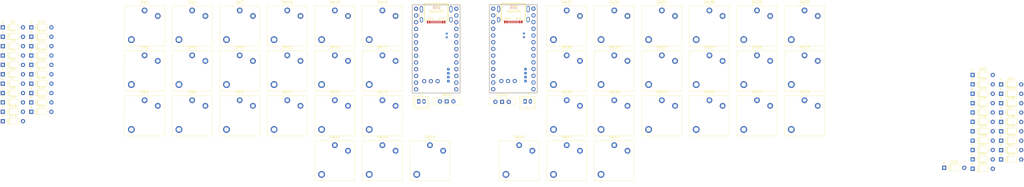
<source format=kicad_pcb>
(kicad_pcb (version 20241229) (generator "pcbnew") (generator_version "9.0")
  (layers (0 "F.Cu" signal) (2 "B.Cu" signal) (13 "F.Paste" user) (15 "B.Paste" user) (5 "F.SilkS" user "F.Silkscreen") (7 "B.SilkS" user "B.Silkscreen") (1 "F.Mask" user) (3 "B.Mask" user) (25 "Edge.Cuts" user))
  (net 0 "")
  (net 1 "L-ROW0")
  (net 2 "Net-(D1-A)")
  (net 3 "L-ROW1")
  (net 4 "Net-(D2-A)")
  (net 5 "L-ROW2")
  (net 6 "Net-(D3-A)")
  (net 7 "Net-(D4-A)")
  (net 8 "Net-(D5-A)")
  (net 9 "Net-(D6-A)")
  (net 10 "Net-(D7-A)")
  (net 11 "Net-(D8-A)")
  (net 12 "Net-(D9-A)")
  (net 13 "Net-(D10-A)")
  (net 14 "Net-(D11-A)")
  (net 15 "Net-(D12-A)")
  (net 16 "Net-(D13-A)")
  (net 17 "Net-(D14-A)")
  (net 18 "Net-(D15-A)")
  (net 19 "Net-(D16-A)")
  (net 20 "Net-(D17-A)")
  (net 21 "Net-(D18-A)")
  (net 22 "R-ROW0")
  (net 23 "Net-(D19-A)")
  (net 24 "Net-(D20-A)")
  (net 25 "R-ROW1")
  (net 26 "R-ROW2")
  (net 27 "Net-(D21-A)")
  (net 28 "Net-(D22-A)")
  (net 29 "Net-(D23-A)")
  (net 30 "Net-(D24-A)")
  (net 31 "Net-(D25-A)")
  (net 32 "Net-(D26-A)")
  (net 33 "Net-(D27-A)")
  (net 34 "Net-(D28-A)")
  (net 35 "Net-(D29-A)")
  (net 36 "Net-(D30-A)")
  (net 37 "Net-(D31-A)")
  (net 38 "Net-(D32-A)")
  (net 39 "Net-(D33-A)")
  (net 40 "Net-(D34-A)")
  (net 41 "Net-(D35-A)")
  (net 42 "Net-(D36-A)")
  (net 43 "Net-(D37-A)")
  (net 44 "Net-(D38-A)")
  (net 45 "Net-(D39-A)")
  (net 46 "Net-(D40-A)")
  (net 47 "Net-(D41-A)")
  (net 48 "Net-(D42-A)")
  (net 49 "L-COL0")
  (net 50 "L-COL1")
  (net 51 "L-COL2")
  (net 52 "L-COL3")
  (net 53 "L-COL4")
  (net 54 "L-COL5")
  (net 55 "R-COL0")
  (net 56 "R-COL1")
  (net 57 "R-COL2")
  (net 58 "R-COL3")
  (net 59 "R-COL4")
  (net 60 "R-COL5")
  (net 64 "Net-(SW44-B)")
  (net 66 "Net-(SW45-B)")
  (net 68 "LPOWER-GND")
  (net 69 "L-COL6")
  (net 70 "R-COL6")
  (net 88 "LPOWER-3.3V")
  (net 89 "RPOWER-GND")
  (net 90 "RPOWER-3.3V")
  (net 101 "LBATTERY_POSITIVE")
  (net 102 "RBATTERY_POSITIVE")
  (footprint "Switch_Keyboard_Kailh:SW_Kailh_Choc_V1V2_1.00u" (layer "F.Cu") (at 273.5 79.85)
    (property "Reference" "SW24" (at 0 -9 0) (layer "F.SilkS"))
    (property "Value" "SW_Push")
    (pad "" np_thru_hole circle (at -5.5 0) (size 1.9 1.9) (drill 1.9) (layers "*.Cu" "*.Mask"))
    (pad "" thru_hole circle (at -5 5.15) (size 2.6 2.6) (drill 1.6) (layers "*.Cu" "*.Mask"))
    (pad "" np_thru_hole circle (at 0 0) (size 5.05 5.05) (drill 5.05) (layers "*.Cu" "*.Mask"))
    (pad "" np_thru_hole circle (at 5.5 0) (size 1.9 1.9) (drill 1.9) (layers "*.Cu" "*.Mask"))
    (pad "1" thru_hole circle (at 0 -5.9) (size 2.2 2.2) (drill 1.2) (layers "*.Cu" "*.Mask") (net 27 "Net-(D21-A)"))
    (pad "2" thru_hole circle (at 5 -3.8) (size 2.2 2.2) (drill 1.2) (layers "*.Cu" "*.Mask") (net 55 "R-COL0"))
  )
  (footprint "Switch_Keyboard_Kailh:SW_Kailh_Choc_V1V2_1.00u" (layer "F.Cu") (at 41.75 62.85)
    (property "Reference" "SW5" (at 0 -9 0) (layer "F.SilkS"))
    (property "Value" "SW_Push")
    (pad "" np_thru_hole circle (at -5.5 0) (size 1.9 1.9) (drill 1.9) (layers "*.Cu" "*.Mask"))
    (pad "" thru_hole circle (at -5 5.15) (size 2.6 2.6) (drill 1.6) (layers "*.Cu" "*.Mask"))
    (pad "" np_thru_hole circle (at 0 0) (size 5.05 5.05) (drill 5.05) (layers "*.Cu" "*.Mask"))
    (pad "" np_thru_hole circle (at 5.5 0) (size 1.9 1.9) (drill 1.9) (layers "*.Cu" "*.Mask"))
    (pad "1" thru_hole circle (at 0 -5.9) (size 2.2 2.2) (drill 1.2) (layers "*.Cu" "*.Mask") (net 8 "Net-(D5-A)"))
    (pad "2" thru_hole circle (at 5 -3.8) (size 2.2 2.2) (drill 1.2) (layers "*.Cu" "*.Mask") (net 50 "L-COL1"))
  )
  (footprint "Switch_Keyboard_Kailh:SW_Kailh_Choc_V1V2_1.00u" (layer "F.Cu") (at 237.5 45.85)
    (property "Reference" "SW28" (at 0 -9 0) (layer "F.SilkS"))
    (property "Value" "SW_Push")
    (pad "" np_thru_hole circle (at -5.5 0) (size 1.9 1.9) (drill 1.9) (layers "*.Cu" "*.Mask"))
    (pad "" thru_hole circle (at -5 5.15) (size 2.6 2.6) (drill 1.6) (layers "*.Cu" "*.Mask"))
    (pad "" np_thru_hole circle (at 0 0) (size 5.05 5.05) (drill 5.05) (layers "*.Cu" "*.Mask"))
    (pad "" np_thru_hole circle (at 5.5 0) (size 1.9 1.9) (drill 1.9) (layers "*.Cu" "*.Mask"))
    (pad "1" thru_hole circle (at 0 -5.9) (size 2.2 2.2) (drill 1.2) (layers "*.Cu" "*.Mask") (net 31 "Net-(D25-A)"))
    (pad "2" thru_hole circle (at 5 -3.8) (size 2.2 2.2) (drill 1.2) (layers "*.Cu" "*.Mask") (net 57 "R-COL2"))
  )
  (footprint "Switch_Keyboard_Kailh:SW_Kailh_Choc_V1V2_1.00u" (layer "F.Cu") (at 95.75 79.85)
    (property "Reference" "SW15" (at 0 -9 0) (layer "F.SilkS"))
    (property "Value" "SW_Push")
    (pad "" np_thru_hole circle (at -5.5 0) (size 1.9 1.9) (drill 1.9) (layers "*.Cu" "*.Mask"))
    (pad "" thru_hole circle (at -5 5.15) (size 2.6 2.6) (drill 1.6) (layers "*.Cu" "*.Mask"))
    (pad "" np_thru_hole circle (at 0 0) (size 5.05 5.05) (drill 5.05) (layers "*.Cu" "*.Mask"))
    (pad "" np_thru_hole circle (at 5.5 0) (size 1.9 1.9) (drill 1.9) (layers "*.Cu" "*.Mask"))
    (pad "1" thru_hole circle (at 0 -5.9) (size 2.2 2.2) (drill 1.2) (layers "*.Cu" "*.Mask") (net 18 "Net-(D15-A)"))
    (pad "2" thru_hole circle (at 5 -3.8) (size 2.2 2.2) (drill 1.2) (layers "*.Cu" "*.Mask") (net 53 "L-COL4"))
  )
  (footprint "Switch_Keyboard_Kailh:SW_Kailh_Choc_V1V2_1.00u" (layer "F.Cu") (at 77.75 79.85)
    (property "Reference" "SW12" (at 0 -9 0) (layer "F.SilkS"))
    (property "Value" "SW_Push")
    (pad "" np_thru_hole circle (at -5.5 0) (size 1.9 1.9) (drill 1.9) (layers "*.Cu" "*.Mask"))
    (pad "" thru_hole circle (at -5 5.15) (size 2.6 2.6) (drill 1.6) (layers "*.Cu" "*.Mask"))
    (pad "" np_thru_hole circle (at 0 0) (size 5.05 5.05) (drill 5.05) (layers "*.Cu" "*.Mask"))
    (pad "" np_thru_hole circle (at 5.5 0) (size 1.9 1.9) (drill 1.9) (layers "*.Cu" "*.Mask"))
    (pad "1" thru_hole circle (at 0 -5.9) (size 2.2 2.2) (drill 1.2) (layers "*.Cu" "*.Mask") (net 15 "Net-(D12-A)"))
    (pad "2" thru_hole circle (at 5 -3.8) (size 2.2 2.2) (drill 1.2) (layers "*.Cu" "*.Mask") (net 52 "L-COL3"))
  )
  (footprint "libraries:SuperMini NRF52840" (layer "F.Cu") (at 155.683018 39.281587)
    (property "Reference" "U2" (hide yes))
    (property "Value" "nice_nano")
    (fp_rect (start 16.53246 -1.378391) (end -1.292441 31.74999) (stroke (width 0.2)) (fill no) (layer "Edge.Cuts"))
    (fp_rect (start 16.78246 -1.628391) (end -1.542441 31.99999) (stroke (width 0.2)) (fill no) (layer "Edge.Cuts"))
    (fp_text user "1" (at 0.863468 3.007018 0) (layer "F.SilkS") (effects (font (thickness 0.1)) (justify left bottom)))
    (fp_text user "topside" (at 7.75246 1.491609 0) (layer "F.SilkS") (effects (justify bottom)))
    (fp_text user "USB" (at 7.75246 0.091609 0) (layer "F.SilkS") (effects (justify bottom)))
    (fp_text user "USB" (at 7.75246 0.091609 0) (layer "B.SilkS") (effects (justify bottom mirror)))
    (fp_text user "1" (at 1.651269 3.005995 0) (layer "B.SilkS") (effects (font (thickness 0.1)) (justify left bottom mirror)))
    (pad "0" smd roundrect (at 12.2182 22.88763 90) (size 1 1) (layers "B.Cu" "B.Mask" "B.Paste"))
    (pad "0" smd roundrect (at 12.2182 24.38728 270) (size 1 1) (layers "B.Cu" "B.Mask" "B.Paste"))
    (pad "0" smd roundrect (at 12.2182 25.88651 270) (size 1 1) (layers "B.Cu" "B.Mask" "B.Paste"))
    (pad "0" smd roundrect (at 12.2182 27.38654 90) (size 1 1) (layers "B.Cu" "B.Mask" "B.Paste"))
    (pad "1" thru_hole circle (at 0 2.54 90) (size 1.6 1.6) (drill 0.9144) (layers "*.Cu" "*.Mask"))
    (pad "1" smd rect (at 11.6078 10.7958) (size 0.8 0.65) (layers "B.Cu" "B.Mask" "B.Paste"))
    (pad "2" thru_hole circle (at 0 5.08 90) (size 1.6 1.6) (drill 0.9144) (layers "*.Cu" "*.Mask"))
    (pad "2" smd rect (at 11.6078 9.3718) (size 0.8 0.65) (layers "B.Cu" "B.Mask" "B.Paste"))
    (pad "3" thru_hole circle (at 0 7.62 90) (size 1.6 1.6) (drill 0.9144) (layers "*.Cu" "*.Mask") (net 89 "RPOWER-GND"))
    (pad "4" thru_hole circle (at 0 10.16 90) (size 1.6 1.6) (drill 0.9144) (layers "*.Cu" "*.Mask") (net 89 "RPOWER-GND"))
    (pad "5" thru_hole circle (at 0 12.7 90) (size 1.6 1.6) (drill 0.9144) (layers "*.Cu" "*.Mask") (net 26 "R-ROW2"))
    (pad "6" thru_hole circle (at 0 15.24 90) (size 1.6 1.6) (drill 0.9144) (layers "*.Cu" "*.Mask") (net 55 "R-COL0"))
    (pad "7" thru_hole circle (at 0 17.78 90) (size 1.6 1.6) (drill 0.9144) (layers "*.Cu" "*.Mask") (net 56 "R-COL1"))
    (pad "8" thru_hole circle (at 0 20.32 90) (size 1.6 1.6) (drill 0.9144) (layers "*.Cu" "*.Mask") (net 57 "R-COL2"))
    (pad "9" thru_hole circle (at 0 22.86 90) (size 1.6 1.6) (drill 0.9144) (layers "*.Cu" "*.Mask") (net 58 "R-COL3"))
    (pad "10" thru_hole circle (at 0 25.4 90) (size 1.6 1.6) (drill 0.9144) (layers "*.Cu" "*.Mask") (net 59 "R-COL4"))
    (pad "11" thru_hole circle (at 0 27.94 90) (size 1.6 1.6) (drill 0.9144) (layers "*.Cu" "*.Mask") (net 60 "R-COL5"))
    (pad "12" thru_hole circle (at 0 30.48 90) (size 1.6 1.6) (drill 0.914) (layers "*.Cu" "*.Mask") (net 70 "R-COL6"))
    (pad "13" thru_hole circle (at 15.24001 2.53999 270) (size 1.6 1.6) (drill 0.9144) (layers "*.Cu" "*.Mask"))
    (pad "14" thru_hole circle (at 15.24001 5.07999 270) (size 1.6 1.6) (drill 0.9144) (layers "*.Cu" "*.Mask") (net 89 "RPOWER-GND"))
    (pad "15" thru_hole oval (at 13.2 0.15263 180) (size 1.2 2.4) (drill oval 0.64999 1.70002) (layers "*.Cu" "*.Mask"))
    (pad "15" thru_hole circle (at 15.24001 7.61999 270) (size 1.6 1.6) (drill 0.9144) (layers "*.Cu" "*.Mask"))
    (pad "16" thru_hole circle (at 15.24001 10.15999 270) (size 1.6 1.6) (drill 0.9144) (layers "*.Cu" "*.Mask") (net 90 "RPOWER-3.3V"))
    (pad "17" thru_hole circle (at 15.24001 12.69999 270) (size 1.6 1.6) (drill 0.9144) (layers "*.Cu" "*.Mask") (net 22 "R-ROW0"))
    (pad "18" thru_hole circle (at 15.24001 15.23999 270) (size 1.6 1.6) (drill 0.9144) (layers "*.Cu" "*.Mask") (net 25 "R-ROW1"))
    (pad "19" thru_hole circle (at 15.24001 17.77999 270) (size 1.6 1.6) (drill 0.9144) (layers "*.Cu" "*.Mask"))
    (pad "20" thru_hole circle (at 15.24001 20.31999 270) (size 1.6 1.6) (drill 0.9144) (layers "*.Cu" "*.Mask"))
    (pad "21" thru_hole circle (at 15.24001 22.85999 270) (size 1.6 1.6) (drill 0.9144) (layers "*.Cu" "*.Mask"))
    (pad "22" thru_hole circle (at 15.24001 25.39999 270) (size 1.6 1.6) (drill 0.9144) (layers "*.Cu" "*.Mask"))
    (pad "23" thru_hole circle (at 15.24001 27.93999 270) (size 1.6 1.6) (drill 0.9144) (layers "*.Cu" "*.Mask"))
    (pad "24" thru_hole circle (at 15.24001 30.47999 270) (size 1.6 1.6) (drill 0.9144) (layers "*.Cu" "*.Mask"))
    (pad "25" thru_hole circle (at 3.08 27.3852 270) (size 1.5748 1.5748) (drill 0.889) (layers "*.Cu" "*.Mask"))
    (pad "26" thru_hole circle (at 5.62 27.3852 270) (size 1.5748 1.5748) (drill 0.889) (layers "*.Cu" "*.Mask"))
    (pad "27" thru_hole circle (at 8.16 27.3852 270) (size 1.5748 1.5748) (drill 0.889) (layers "*.Cu" "*.Mask"))
    (pad "28" thru_hole circle (at 0 0 90) (size 1.6 1.6) (drill 0.762) (layers "*.Cu" "*.Mask") (net 89 "RPOWER-GND"))
    (pad "29" thru_hole circle (at 15.24001 -0.00001 270) (size 1.6 1.6) (drill 0.762) (layers "*.Cu" "*.Mask") (net 66 "Net-(SW45-B)"))
    (pad "30" thru_hole oval (at 2.04 4.15263 180) (size 1.2 2) (drill oval 0.64999 1.4) (layers "*.Cu" "*.Mask"))
    (pad "31" thru_hole oval (at 2.04 0.15263 180) (size 1.2 2.4) (drill oval 0.64999 1.70002) (layers "*.Cu" "*.Mask"))
    (pad "32" thru_hole oval (at 13.2 4.15263 180) (size 1.2 2) (drill oval 0.64999 1.4) (layers "*.Cu" "*.Mask"))
    (pad "A5" smd rect (at 8.87006 5.01757 180) (size 0.3 1) (layers "F.Cu" "F.Mask" "F.Paste"))
    (pad "A6" smd rect (at 7.87006 5.01757 180) (size 0.3 1) (layers "F.Cu" "F.Mask" "F.Paste"))
    (pad "A7" smd rect (at 7.36994 5.01757 180) (size 0.3 1) (layers "F.Cu" "F.Mask" "F.Paste"))
    (pad "A8" smd rect (at 6.36994 5.01757 180) (size 0.3 1) (layers "F.Cu" "F.Mask" "F.Paste"))
    (pad "A9B4" smd rect (at 5.20992 5.01757 180) (size 0.6 1) (layers "F.Cu" "F.Mask" "F.Paste"))
    (pad "A12B1" smd rect (at 4.41008 5.01757 180) (size 0.6 1) (layers "F.Cu" "F.Mask" "F.Paste"))
    (pad "B5" smd rect (at 5.87007 5.01757 180) (size 0.3 1) (layers "F.Cu" "F.Mask" "F.Paste"))
    (pad "B6" smd rect (at 6.87007 5.01757 180) (size 0.3 1) (layers "F.Cu" "F.Mask" "F.Paste"))
    (pad "B7" smd rect (at 8.36994 5.01757 180) (size 0.3 1) (layers "F.Cu" "F.Mask" "F.Paste"))
    (pad "B8" smd rect (at 9.36993 5.01757 180) (size 0.3 1) (layers "F.Cu" "F.Mask" "F.Paste"))
    (pad "B9A4" smd rect (at 10.03008 5.01757) (size 0.6 1) (layers "F.Cu" "F.Mask" "F.Paste"))
    (pad "B12A1" smd rect (at 10.82993 5.01757) (size 0.6 1) (layers "F.Cu" "F.Mask" "F.Paste"))
  )
  (footprint "Diode_THT:D_DO-35_SOD27_P7.62mm_Horizontal" (layer "F.Cu") (at -29.895 53.4625)
    (property "Reference" "D3" (at 3.81 -2.12 0) (layer "F.SilkS"))
    (property "Value" "D_Small")
    (fp_text user "K" (at 0 -1.8 0) (layer "F.SilkS"))
    (pad "1" thru_hole rect (at 0 0) (size 1.6 1.6) (drill 0.8) (layers "*.Cu" "*.Mask") (net 5 "L-ROW2"))
    (pad "2" thru_hole oval (at 7.62 0) (size 1.6 1.6) (drill 0.8) (layers "*.Cu" "*.Mask") (net 6 "Net-(D3-A)"))
  )
  (footprint "Diode_THT:D_DO-35_SOD27_P7.62mm_Horizontal" (layer "F.Cu") (at 347.88 75.05)
    (property "Reference" "D36" (at 3.81 -2.12 0) (layer "F.SilkS"))
    (property "Value" "D_Small")
    (fp_text user "K" (at 0 -1.8 0) (layer "F.SilkS"))
    (pad "1" thru_hole rect (at 0 0) (size 1.6 1.6) (drill 0.8) (layers "*.Cu" "*.Mask") (net 26 "R-ROW2"))
    (pad "2" thru_hole oval (at 7.62 0) (size 1.6 1.6) (drill 0.8) (layers "*.Cu" "*.Mask") (net 42 "Net-(D36-A)"))
  )
  (footprint "Diode_THT:D_DO-35_SOD27_P7.62mm_Horizontal" (layer "F.Cu") (at 347.88 85.7)
    (property "Reference" "D39" (at 3.81 -2.12 0) (layer "F.SilkS"))
    (property "Value" "D_Small")
    (fp_text user "K" (at 0 -1.8 0) (layer "F.SilkS"))
    (pad "1" thru_hole rect (at 0 0) (size 1.6 1.6) (drill 0.8) (layers "*.Cu" "*.Mask") (net 5 "L-ROW2"))
    (pad "2" thru_hole oval (at 7.62 0) (size 1.6 1.6) (drill 0.8) (layers "*.Cu" "*.Mask") (net 45 "Net-(D39-A)"))
  )
  (footprint "Diode_THT:D_DO-35_SOD27_P7.62mm_Horizontal" (layer "F.Cu") (at 347.88 78.6)
    (property "Reference" "D37" (at 3.81 -2.12 0) (layer "F.SilkS"))
    (property "Value" "D_Small")
    (fp_text user "K" (at 0 -1.8 0) (layer "F.SilkS"))
    (pad "1" thru_hole rect (at 0 0) (size 1.6 1.6) (drill 0.8) (layers "*.Cu" "*.Mask") (net 1 "L-ROW0"))
    (pad "2" thru_hole oval (at 7.62 0) (size 1.6 1.6) (drill 0.8) (layers "*.Cu" "*.Mask") (net 43 "Net-(D37-A)"))
  )
  (footprint "Diode_THT:D_DO-35_SOD27_P7.62mm_Horizontal" (layer "F.Cu") (at 337.11 82.125)
    (property "Reference" "D28" (at 3.81 -2.12 0) (layer "F.SilkS"))
    (property "Value" "D_Small")
    (fp_text user "K" (at 0 -1.8 0) (layer "F.SilkS"))
    (pad "1" thru_hole rect (at 0 0) (size 1.6 1.6) (drill 0.8) (layers "*.Cu" "*.Mask") (net 22 "R-ROW0"))
    (pad "2" thru_hole oval (at 7.62 0) (size 1.6 1.6) (drill 0.8) (layers "*.Cu" "*.Mask") (net 34 "Net-(D28-A)"))
  )
  (footprint "Diode_THT:D_DO-35_SOD27_P7.62mm_Horizontal" (layer "F.Cu") (at 347.88 82.15)
    (property "Reference" "D38" (at 3.81 -2.12 0) (layer "F.SilkS"))
    (property "Value" "D_Small")
    (fp_text user "K" (at 0 -1.8 0) (layer "F.SilkS"))
    (pad "1" thru_hole rect (at 0 0) (size 1.6 1.6) (drill 0.8) (layers "*.Cu" "*.Mask") (net 3 "L-ROW1"))
    (pad "2" thru_hole oval (at 7.62 0) (size 1.6 1.6) (drill 0.8) (layers "*.Cu" "*.Mask") (net 44 "Net-(D38-A)"))
  )
  (footprint "Diode_THT:D_DO-35_SOD27_P7.62mm_Horizontal" (layer "F.Cu") (at -19.125 60.5625)
    (property "Reference" "D16" (at 3.81 -2.12 0) (layer "F.SilkS"))
    (property "Value" "D_Small")
    (fp_text user "K" (at 0 -1.8 0) (layer "F.SilkS"))
    (pad "1" thru_hole rect (at 0 0) (size 1.6 1.6) (drill 0.8) (layers "*.Cu" "*.Mask") (net 1 "L-ROW0"))
    (pad "2" thru_hole oval (at 7.62 0) (size 1.6 1.6) (drill 0.8) (layers "*.Cu" "*.Mask") (net 19 "Net-(D16-A)"))
  )
  (footprint "Diode_THT:D_DO-35_SOD27_P7.62mm_Horizontal" (layer "F.Cu") (at 337.11 78.575)
    (property "Reference" "D27" (at 3.81 -2.12 0) (layer "F.SilkS"))
    (property "Value" "D_Small")
    (fp_text user "K" (at 0 -1.8 0) (layer "F.SilkS"))
    (pad "1" thru_hole rect (at 0 0) (size 1.6 1.6) (drill 0.8) (layers "*.Cu" "*.Mask") (net 26 "R-ROW2"))
    (pad "2" thru_hole oval (at 7.62 0) (size 1.6 1.6) (drill 0.8) (layers "*.Cu" "*.Mask") (net 33 "Net-(D27-A)"))
  )
  (footprint "Diode_THT:D_DO-35_SOD27_P7.62mm_Horizontal" (layer "F.Cu") (at -29.895 64.1125)
    (property "Reference" "D6" (at 3.81 -2.12 0) (layer "F.SilkS"))
    (property "Value" "D_Small")
    (fp_text user "K" (at 0 -1.8 0) (layer "F.SilkS"))
    (pad "1" thru_hole rect (at 0 0) (size 1.6 1.6) (drill 0.8) (layers "*.Cu" "*.Mask") (net 5 "L-ROW2"))
    (pad "2" thru_hole oval (at 7.62 0) (size 1.6 1.6) (drill 0.8) (layers "*.Cu" "*.Mask") (net 9 "Net-(D6-A)"))
  )
  (footprint "Diode_THT:D_DO-35_SOD27_P7.62mm_Horizontal" (layer "F.Cu") (at -19.125 71.2125)
    (property "Reference" "D19" (at 3.81 -2.12 0) (layer "F.SilkS"))
    (property "Value" "D_Small")
    (fp_text user "K" (at 0 -1.8 0) (layer "F.SilkS"))
    (pad "1" thru_hole rect (at 0 0) (size 1.6 1.6) (drill 0.8) (layers "*.Cu" "*.Mask") (net 22 "R-ROW0"))
    (pad "2" thru_hole oval (at 7.62 0) (size 1.6 1.6) (drill 0.8) (layers "*.Cu" "*.Mask") (net 23 "Net-(D19-A)"))
  )
  (footprint "Diode_THT:D_DO-35_SOD27_P7.62mm_Horizontal" (layer "F.Cu") (at -29.895 78.3125)
    (property "Reference" "D10" (at 3.81 -2.12 0) (layer "F.SilkS"))
    (property "Value" "D_Small")
    (fp_text user "K" (at 0 -1.8 0) (layer "F.SilkS"))
    (pad "1" thru_hole rect (at 0 0) (size 1.6 1.6) (drill 0.8) (layers "*.Cu" "*.Mask") (net 1 "L-ROW0"))
    (pad "2" thru_hole oval (at 7.62 0) (size 1.6 1.6) (drill 0.8) (layers "*.Cu" "*.Mask") (net 13 "Net-(D10-A)"))
  )
  (footprint "Diode_THT:D_DO-35_SOD27_P7.62mm_Horizontal" (layer "F.Cu") (at -29.895 46.3625)
    (property "Reference" "D1" (at 3.81 -2.12 0) (layer "F.SilkS"))
    (property "Value" "D_Small")
    (fp_text user "K" (at 0 -1.8 0) (layer "F.SilkS"))
    (pad "1" thru_hole rect (at 0 0) (size 1.6 1.6) (drill 0.8) (layers "*.Cu" "*.Mask") (net 1 "L-ROW0"))
    (pad "2" thru_hole oval (at 7.62 0) (size 1.6 1.6) (drill 0.8) (layers "*.Cu" "*.Mask") (net 2 "Net-(D1-A)"))
  )
  (footprint "Diode_THT:D_DO-35_SOD27_P7.62mm_Horizontal" (layer "F.Cu") (at -19.125 78.3125)
    (property "Reference" "D21" (at 3.81 -2.12 0) (layer "F.SilkS"))
    (property "Value" "D_Small")
    (fp_text user "K" (at 0 -1.8 0) (layer "F.SilkS"))
    (pad "1" thru_hole rect (at 0 0) (size 1.6 1.6) (drill 0.8) (layers "*.Cu" "*.Mask") (net 26 "R-ROW2"))
    (pad "2" thru_hole oval (at 7.62 0) (size 1.6 1.6) (drill 0.8) (layers "*.Cu" "*.Mask") (net 27 "Net-(D21-A)"))
  )
  (footprint "Diode_THT:D_DO-35_SOD27_P7.62mm_Horizontal" (layer "F.Cu") (at 337.11 75.025)
    (property "Reference" "D26" (at 3.81 -2.12 0) (layer "F.SilkS"))
    (property "Value" "D_Small")
    (fp_text user "K" (at 0 -1.8 0) (layer "F.SilkS"))
    (pad "1" thru_hole rect (at 0 0) (size 1.6 1.6) (drill 0.8) (layers "*.Cu" "*.Mask") (net 25 "R-ROW1"))
    (pad "2" thru_hole oval (at 7.62 0) (size 1.6 1.6) (drill 0.8) (layers "*.Cu" "*.Mask") (net 32 "Net-(D26-A)"))
  )
  (footprint "Switch_Keyboard_Kailh:SW_Kailh_Choc_V1V2_1.00u" (layer "F.Cu") (at 201.5 45.85)
    (property "Reference" "SW34" (at 0 -9 0) (layer "F.SilkS"))
    (property "Value" "SW_Push")
    (pad "" np_thru_hole circle (at -5.5 0) (size 1.9 1.9) (drill 1.9) (layers "*.Cu" "*.Mask"))
    (pad "" thru_hole circle (at -5 5.15) (size 2.6 2.6) (drill 1.6) (layers "*.Cu" "*.Mask"))
    (pad "" np_thru_hole circle (at 0 0) (size 5.05 5.05) (drill 5.05) (layers "*.Cu" "*.Mask"))
    (pad "" np_thru_hole circle (at 5.5 0) (size 1.9 1.9) (drill 1.9) (layers "*.Cu" "*.Mask"))
    (pad "1" thru_hole circle (at 0 -5.9) (size 2.2 2.2) (drill 1.2) (layers "*.Cu" "*.Mask") (net 37 "Net-(D31-A)"))
    (pad "2" thru_hole circle (at 5 -3.8) (size 2.2 2.2) (drill 1.2) (layers "*.Cu" "*.Mask") (net 59 "R-COL4"))
  )
  (footprint "Diode_THT:D_DO-35_SOD27_P7.62mm_Horizontal" (layer "F.Cu") (at -29.895 67.6625)
    (property "Reference" "D7" (at 3.81 -2.12 0) (layer "F.SilkS"))
    (property "Value" "D_Small")
    (fp_text user "K" (at 0 -1.8 0) (layer "F.SilkS"))
    (pad "1" thru_hole rect (at 0 0) (size 1.6 1.6) (drill 0.8) (layers "*.Cu" "*.Mask") (net 1 "L-ROW0"))
    (pad "2" thru_hole oval (at 7.62 0) (size 1.6 1.6) (drill 0.8) (layers "*.Cu" "*.Mask") (net 10 "Net-(D7-A)"))
  )
  (footprint "Switch_Keyboard_Kailh:SW_Kailh_Choc_V1V2_1.00u" (layer "F.Cu") (at 113.75 96.85)
    (property "Reference" "SW20" (at 0 -9 0) (layer "F.SilkS"))
    (property "Value" "SW_Push")
    (pad "" np_thru_hole circle (at -5.5 0) (size 1.9 1.9) (drill 1.9) (layers "*.Cu" "*.Mask"))
    (pad "" thru_hole circle (at -5 5.15) (size 2.6 2.6) (drill 1.6) (layers "*.Cu" "*.Mask"))
    (pad "" np_thru_hole circle (at 0 0) (size 5.05 5.05) (drill 5.05) (layers "*.Cu" "*.Mask"))
    (pad "" np_thru_hole circle (at 5.5 0) (size 1.9 1.9) (drill 1.9) (layers "*.Cu" "*.Mask"))
    (pad "1" thru_hole circle (at 0 -5.9) (size 2.2 2.2) (drill 1.2) (layers "*.Cu" "*.Mask") (net 44 "Net-(D38-A)"))
    (pad "2" thru_hole circle (at 5 -3.8) (size 2.2 2.2) (drill 1.2) (layers "*.Cu" "*.Mask") (net 69 "L-COL6"))
  )
  (footprint "Diode_THT:D_DO-35_SOD27_P7.62mm_Horizontal" (layer "F.Cu") (at -29.895 60.5625)
    (property "Reference" "D5" (at 3.81 -2.12 0) (layer "F.SilkS"))
    (property "Value" "D_Small")
    (fp_text user "K" (at 0 -1.8 0) (layer "F.SilkS"))
    (pad "1" thru_hole rect (at 0 0) (size 1.6 1.6) (drill 0.8) (layers "*.Cu" "*.Mask") (net 3 "L-ROW1"))
    (pad "2" thru_hole oval (at 7.62 0) (size 1.6 1.6) (drill 0.8) (layers "*.Cu" "*.Mask") (net 8 "Net-(D5-A)"))
  )
  (footprint "Diode_THT:D_DO-35_SOD27_P7.62mm_Horizontal" (layer "F.Cu") (at 337.11 96.325)
    (property "Reference" "D32" (at 3.81 -2.12 0) (layer "F.SilkS"))
    (property "Value" "D_Small")
    (fp_text user "K" (at 0 -1.8 0) (layer "F.SilkS"))
    (pad "1" thru_hole rect (at 0 0) (size 1.6 1.6) (drill 0.8) (layers "*.Cu" "*.Mask") (net 25 "R-ROW1"))
    (pad "2" thru_hole oval (at 7.62 0) (size 1.6 1.6) (drill 0.8) (layers "*.Cu" "*.Mask") (net 38 "Net-(D32-A)"))
  )
  (footprint "Diode_THT:D_DO-35_SOD27_P7.62mm_Horizontal" (layer "F.Cu") (at 326.34 99.515)
    (property "Reference" "D22" (at 3.81 -2.12 0) (layer "F.SilkS"))
    (property "Value" "D_Small")
    (fp_text user "K" (at 0 -1.8 0) (layer "F.SilkS"))
    (pad "1" thru_hole rect (at 0 0) (size 1.6 1.6) (drill 0.8) (layers "*.Cu" "*.Mask") (net 22 "R-ROW0"))
    (pad "2" thru_hole oval (at 7.62 0) (size 1.6 1.6) (drill 0.8) (layers "*.Cu" "*.Mask") (net 28 "Net-(D22-A)"))
  )
  (footprint "Diode_THT:D_DO-35_SOD27_P7.62mm_Horizontal" (layer "F.Cu") (at 347.88 96.35)
    (property "Reference" "D42" (at 3.81 -2.12 0) (layer "F.SilkS"))
    (property "Value" "D_Small")
    (fp_text user "K" (at 0 -1.8 0) (layer "F.SilkS"))
    (pad "1" thru_hole rect (at 0 0) (size 1.6 1.6) (drill 0.8) (layers "*.Cu" "*.Mask") (net 26 "R-ROW2"))
    (pad "2" thru_hole oval (at 7.62 0) (size 1.6 1.6) (drill 0.8) (layers "*.Cu" "*.Mask") (net 48 "Net-(D42-A)"))
  )
  (footprint "Switch_Keyboard_Kailh:SW_Kailh_Choc_V1V2_1.00u" (layer "F.Cu") (at 59.75 45.85)
    (property "Reference" "SW7" (at 0 -9 0) (layer "F.SilkS"))
    (property "Value" "SW_Push")
    (pad "" np_thru_hole circle (at -5.5 0) (size 1.9 1.9) (drill 1.9) (layers "*.Cu" "*.Mask"))
    (pad "" thru_hole circle (at -5 5.15) (size 2.6 2.6) (drill 1.6) (layers "*.Cu" "*.Mask"))
    (pad "" np_thru_hole circle (at 0 0) (size 5.05 5.05) (drill 5.05) (layers "*.Cu" "*.Mask"))
    (pad "" np_thru_hole circle (at 5.5 0) (size 1.9 1.9) (drill 1.9) (layers "*.Cu" "*.Mask"))
    (pad "1" thru_hole circle (at 0 -5.9) (size 2.2 2.2) (drill 1.2) (layers "*.Cu" "*.Mask") (net 10 "Net-(D7-A)"))
    (pad "2" thru_hole circle (at 5 -3.8) (size 2.2 2.2) (drill 1.2) (layers "*.Cu" "*.Mask") (net 51 "L-COL2"))
  )
  (footprint "Diode_THT:D_DO-35_SOD27_P7.62mm_Horizontal" (layer "F.Cu") (at 337.11 85.675)
    (property "Reference" "D29" (at 3.81 -2.12 0) (layer "F.SilkS"))
    (property "Value" "D_Small")
    (fp_text user "K" (at 0 -1.8 0) (layer "F.SilkS"))
    (pad "1" thru_hole rect (at 0 0) (size 1.6 1.6) (drill 0.8) (layers "*.Cu" "*.Mask") (net 25 "R-ROW1"))
    (pad "2" thru_hole oval (at 7.62 0) (size 1.6 1.6) (drill 0.8) (layers "*.Cu" "*.Mask") (net 35 "Net-(D29-A)"))
  )
  (footprint "Diode_THT:D_DO-35_SOD27_P7.62mm_Horizontal" (layer "F.Cu") (at 347.88 92.8)
    (property "Reference" "D41" (at 3.81 -2.12 0) (layer "F.SilkS"))
    (property "Value" "D_Small")
    (fp_text user "K" (at 0 -1.8 0) (layer "F.SilkS"))
    (pad "1" thru_hole rect (at 0 0) (size 1.6 1.6) (drill 0.8) (layers "*.Cu" "*.Mask") (net 25 "R-ROW1"))
    (pad "2" thru_hole oval (at 7.62 0) (size 1.6 1.6) (drill 0.8) (layers "*.Cu" "*.Mask") (net 47 "Net-(D41-A)"))
  )
  (footprint "libraries:SuperMini NRF52840" (layer "F.Cu") (at 126.487099 39.328449)
    (property "Reference" "U1" (hide yes))
    (property "Value" "nice_nano")
    (fp_rect (start 16.53246 -1.378391) (end -1.292441 31.74999) (stroke (width 0.2)) (fill no) (layer "Edge.Cuts"))
    (fp_rect (start 16.78246 -1.628391) (end -1.542441 31.99999) (stroke (width 0.2)) (fill no) (layer "Edge.Cuts"))
    (fp_text user "USB" (at 7.75246 0.091609 0) (layer "F.SilkS") (effects (justify bottom)))
    (fp_text user "topside" (at 7.75246 1.491609 0) (layer "F.SilkS") (effects (justify bottom)))
    (fp_text user "1" (at 0.863468 3.007018 0) (layer "F.SilkS") (effects (font (thickness 0.1)) (justify left bottom)))
    (fp_text user "1" (at 1.651269 3.005995 0) (layer "B.SilkS") (effects (font (thickness 0.1)) (justify left bottom mirror)))
    (fp_text user "USB" (at 7.75246 0.091609 0) (layer "B.SilkS") (effects (justify bottom mirror)))
    (pad "0" smd roundrect (at 12.2182 22.88763 90) (size 1 1) (layers "B.Cu" "B.Mask" "B.Paste"))
    (pad "0" smd roundrect (at 12.2182 24.38728 270) (size 1 1) (layers "B.Cu" "B.Mask" "B.Paste"))
    (pad "0" smd roundrect (at 12.2182 25.88651 270) (size 1 1) (layers "B.Cu" "B.Mask" "B.Paste"))
    (pad "0" smd roundrect (at 12.2182 27.38654 90) (size 1 1) (layers "B.Cu" "B.Mask" "B.Paste"))
    (pad "1" thru_hole circle (at 0 2.54 90) (size 1.6 1.6) (drill 0.9144) (layers "*.Cu" "*.Mask"))
    (pad "1" smd rect (at 11.6078 10.7958) (size 0.8 0.65) (layers "B.Cu" "B.Mask" "B.Paste"))
    (pad "2" thru_hole circle (at 0 5.08 90) (size 1.6 1.6) (drill 0.9144) (layers "*.Cu" "*.Mask"))
    (pad "2" smd rect (at 11.6078 9.3718) (size 0.8 0.65) (layers "B.Cu" "B.Mask" "B.Paste"))
    (pad "3" thru_hole circle (at 0 7.62 90) (size 1.6 1.6) (drill 0.9144) (layers "*.Cu" "*.Mask") (net 68 "LPOWER-GND"))
    (pad "4" thru_hole circle (at 0 10.16 90) (size 1.6 1.6) (drill 0.9144) (layers "*.Cu" "*.Mask") (net 68 "LPOWER-GND"))
    (pad "5" thru_hole circle (at 0 12.7 90) (size 1.6 1.6) (drill 0.9144) (layers "*.Cu" "*.Mask") (net 5 "L-ROW2"))
    (pad "6" thru_hole circle (at 0 15.24 90) (size 1.6 1.6) (drill 0.9144) (layers "*.Cu" "*.Mask") (net 49 "L-COL0"))
    (pad "7" thru_hole circle (at 0 17.78 90) (size 1.6 1.6) (drill 0.9144) (layers "*.Cu" "*.Mask") (net 50 "L-COL1"))
    (pad "8" thru_hole circle (at 0 20.32 90) (size 1.6 1.6) (drill 0.9144) (layers "*.Cu" "*.Mask") (net 51 "L-COL2"))
    (pad "9" thru_hole circle (at 0 22.86 90) (size 1.6 1.6) (drill 0.9144) (layers "*.Cu" "*.Mask") (net 52 "L-COL3"))
    (pad "10" thru_hole circle (at 0 25.4 90) (size 1.6 1.6) (drill 0.9144) (layers "*.Cu" "*.Mask") (net 53 "L-COL4"))
    (pad "11" thru_hole circle (at 0 27.94 90) (size 1.6 1.6) (drill 0.9144) (layers "*.Cu" "*.Mask") (net 54 "L-COL5"))
    (pad "12" thru_hole circle (at 0 30.48 90) (size 1.6 1.6) (drill 0.914) (layers "*.Cu" "*.Mask") (net 69 "L-COL6"))
    (pad "13" thru_hole circle (at 15.24001 2.53999 270) (size 1.6 1.6) (drill 0.9144) (layers "*.Cu" "*.Mask"))
    (pad "14" thru_hole circle (at 15.24001 5.07999 270) (size 1.6 1.6) (drill 0.9144) (layers "*.Cu" "*.Mask") (net 68 "LPOWER-GND"))
    (pad "15" thru_hole oval (at 13.2 0.15263 180) (size 1.2 2.4) (drill oval 0.64999 1.70002) (layers "*.Cu" "*.Mask"))
    (pad "15" thru_hole circle (at 15.24001 7.61999 270) (size 1.6 1.6) (drill 0.9144) (layers "*.Cu" "*.Mask"))
    (pad "16" thru_hole circle (at 15.24001 10.15999 270) (size 1.6 1.6) (drill 0.9144) (layers "*.Cu" "*.Mask") (net 88 "LPOWER-3.3V"))
    (pad "17" thru_hole circle (at 15.24001 12.69999 270) (size 1.6 1.6) (drill 0.9144) (layers "*.Cu" "*.Mask") (net 1 "L-ROW0"))
    (pad "18" thru_hole circle (at 15.24001 15.23999 270) (size 1.6 1.6) (drill 0.9144) (layers "*.Cu" "*.Mask") (net 3 "L-ROW1"))
    (pad "19" thru_hole circle (at 15.24001 17.77999 270) (size 1.6 1.6) (drill 0.9144) (layers "*.Cu" "*.Mask"))
    (pad "20" thru_hole circle (at 15.24001 20.31999 270) (size 1.6 1.6) (drill 0.9144) (layers "*.Cu" "*.Mask"))
    (pad "21" thru_hole circle (at 15.24001 22.85999 270) (size 1.6 1.6) (drill 0.9144) (layers "*.Cu" "*.Mask"))
    (pad "22" thru_hole circle (at 15.24001 25.39999 270) (size 1.6 1.6) (drill 0.9144) (layers "*.Cu" "*.Mask"))
    (pad "23" thru_hole circle (at 15.24001 27.93999 270) (size 1.6 1.6) (drill 0.9144) (layers "*.Cu" "*.Mask"))
    (pad "24" thru_hole circle (at 15.24001 30.47999 270) (size 1.6 1.6) (drill 0.9144) (layers "*.Cu" "*.Mask"))
    (pad "25" thru_hole circle (at 3.08 27.3852 270) (size 1.5748 1.5748) (drill 0.889) (layers "*.Cu" "*.Mask"))
    (pad "26" thru_hole circle (at 5.62 27.3852 270) (size 1.5748 1.5748) (drill 0.889) (layers "*.Cu" "*.Mask"))
    (pad "27" thru_hole circle (at 8.16 27.3852 270) (size 1.5748 1.5748) (drill 0.889) (layers "*.Cu" "*.Mask"))
    (pad "28" thru_hole circle (at 0 0 90) (size 1.6 1.6) (drill 0.762) (layers "*.Cu" "*.Mask") (net 68 "LPOWER-GND"))
    (pad "29" thru_hole circle (at 15.24001 -0.00001 270) (size 1.6 1.6) (drill 0.762) (layers "*.Cu" "*.Mask") (net 64 "Net-(SW44-B)"))
    (pad "30" thru_hole oval (at 2.04 4.15263 180) (size 1.2 2) (drill oval 0.64999 1.4) (layers "*.Cu" "*.Mask"))
    (pad "31" thru_hole oval (at 2.04 0.15263 180) (size 1.2 2.4) (drill oval 0.64999 1.70002) (layers "*.Cu" "*.Mask"))
    (pad "32" thru_hole oval (at 13.2 4.15263 180) (size 1.2 2) (drill oval 0.64999 1.4) (layers "*.Cu" "*.Mask"))
    (pad "A5" smd rect (at 8.87006 5.01757 180) (size 0.3 1) (layers "F.Cu" "F.Mask" "F.Paste"))
    (pad "A6" smd rect (at 7.87006 5.01757 180) (size 0.3 1) (layers "F.Cu" "F.Mask" "F.Paste"))
    (pad "A7" smd rect (at 7.36994 5.01757 180) (size 0.3 1) (layers "F.Cu" "F.Mask" "F.Paste"))
    (pad "A8" smd rect (at 6.36994 5.01757 180) (size 0.3 1) (layers "F.Cu" "F.Mask" "F.Paste"))
    (pad "A9B4" smd rect (at 5.20992 5.01757 180) (size 0.6 1) (layers "F.Cu" "F.Mask" "F.Paste"))
    (pad "A12B1" smd rect (at 4.41008 5.01757 180) (size 0.6 1) (layers "F.Cu" "F.Mask" "F.Paste"))
    (pad "B5" smd rect (at 5.87007 5.01757 180) (size 0.3 1) (layers "F.Cu" "F.Mask" "F.Paste"))
    (pad "B6" smd rect (at 6.87007 5.01757 180) (size 0.3 1) (layers "F.Cu" "F.Mask" "F.Paste"))
    (pad "B7" smd rect (at 8.36994 5.01757 180) (size 0.3 1) (layers "F.Cu" "F.Mask" "F.Paste"))
    (pad "B8" smd rect (at 9.36993 5.01757 180) (size 0.3 1) (layers "F.Cu" "F.Mask" "F.Paste"))
    (pad "B9A4" smd rect (at 10.03008 5.01757) (size 0.6 1) (layers "F.Cu" "F.Mask" "F.Paste"))
    (pad "B12A1" smd rect (at 10.82993 5.01757) (size 0.6 1) (layers "F.Cu" "F.Mask" "F.Paste"))
  )
  (footprint "Switch_Keyboard_Kailh:SW_Kailh_Choc_V1V2_1.00u" (layer "F.Cu") (at 219.5 62.85)
    (property "Reference" "SW32" (at 0 -9 0) (layer "F.SilkS"))
    (property "Value" "SW_Push")
    (pad "" np_thru_hole circle (at -5.5 0) (size 1.9 1.9) (drill 1.9) (layers "*.Cu" "*.Mask"))
    (pad "" thru_hole circle (at -5 5.15) (size 2.6 2.6) (drill 1.6) (layers "*.Cu" "*.Mask"))
    (pad "" np_thru_hole circle (at 0 0) (size 5.05 5.05) (drill 5.05) (layers "*.Cu" "*.Mask"))
    (pad "" np_thru_hole circle (at 5.5 0) (size 1.9 1.9) (drill 1.9) (layers "*.Cu" "*.Mask"))
    (pad "1" thru_hole circle (at 0 -5.9) (size 2.2 2.2) (drill 1.2) (layers "*.Cu" "*.Mask") (net 35 "Net-(D29-A)"))
    (pad "2" thru_hole circle (at 5 -3.8) (size 2.2 2.2) (drill 1.2) (layers "*.Cu" "*.Mask") (net 58 "R-COL3"))
  )
  (footprint "Connector_JST:JST_PH_B2B-PH-K_1x02_P2.00mm_Vertical" (layer "F.Cu") (at 167.75 74.375)
    (property "Reference" "J2" (at 1 -2.9 0) (layer "F.SilkS"))
    (property "Value" "JST BATTERY")
    (pad "1" thru_hole roundrect (at 0 0) (size 1.2 1.75) (drill 0.75) (layers "*.Cu" "*.Mask") (roundrect_rratio 0.208333) (net 102 "RBATTERY_POSITIVE"))
    (pad "2" thru_hole oval (at 2 0) (size 1.2 1.75) (drill 0.75) (layers "*.Cu" "*.Mask") (net 89 "RPOWER-GND"))
  )
  (footprint "Switch_Keyboard_Kailh:SW_Kailh_Choc_V1V2_1.00u" (layer "F.Cu") (at 183.5 96.85)
    (property "Reference" "SW41" (at 0 -9 0) (layer "F.SilkS"))
    (property "Value" "SW_Push")
    (pad "" np_thru_hole circle (at -5.5 0) (size 1.9 1.9) (drill 1.9) (layers "*.Cu" "*.Mask"))
    (pad "" thru_hole circle (at -5 5.15) (size 2.6 2.6) (drill 1.6) (layers "*.Cu" "*.Mask"))
    (pad "" np_thru_hole circle (at 0 0) (size 5.05 5.05) (drill 5.05) (layers "*.Cu" "*.Mask"))
    (pad "" np_thru_hole circle (at 5.5 0) (size 1.9 1.9) (drill 1.9) (layers "*.Cu" "*.Mask"))
    (pad "1" thru_hole circle (at 0 -5.9) (size 2.2 2.2) (drill 1.2) (layers "*.Cu" "*.Mask") (net 47 "Net-(D41-A)"))
    (pad "2" thru_hole circle (at 5 -3.8) (size 2.2 2.2) (drill 1.2) (layers "*.Cu" "*.Mask") (net 70 "R-COL6"))
  )
  (footprint "Diode_THT:D_DO-35_SOD27_P7.62mm_Horizontal" (layer "F.Cu") (at -19.125 74.7625)
    (property "Reference" "D20" (at 3.81 -2.12 0) (layer "F.SilkS"))
    (property "Value" "D_Small")
    (fp_text user "K" (at 0 -1.8 0) (layer "F.SilkS"))
    (pad "1" thru_hole rect (at 0 0) (size 1.6 1.6) (drill 0.8) (layers "*.Cu" "*.Mask") (net 25 "R-ROW1"))
    (pad "2" thru_hole oval (at 7.62 0) (size 1.6 1.6) (drill 0.8) (layers "*.Cu" "*.Mask") (net 24 "Net-(D20-A)"))
  )
  (footprint "Switch_Keyboard_Kailh:SW_Kailh_Choc_V1V2_1.00u" (layer "F.Cu") (at 201.5 62.85)
    (property "Reference" "SW35" (at 0 -9 0) (layer "F.SilkS"))
    (property "Value" "SW_Push")
    (pad "" np_thru_hole circle (at -5.5 0) (size 1.9 1.9) (drill 1.9) (layers "*.Cu" "*.Mask"))
    (pad "" thru_hole circle (at -5 5.15) (size 2.6 2.6) (drill 1.6) (layers "*.Cu" "*.Mask"))
    (pad "" np_thru_hole circle (at 0 0) (size 5.05 5.05) (drill 5.05) (layers "*.Cu" "*.Mask"))
    (pad "" np_thru_hole circle (at 5.5 0) (size 1.9 1.9) (drill 1.9) (layers "*.Cu" "*.Mask"))
    (pad "1" thru_hole circle (at 0 -5.9) (size 2.2 2.2) (drill 1.2) (layers "*.Cu" "*.Mask") (net 38 "Net-(D32-A)"))
    (pad "2" thru_hole circle (at 5 -3.8) (size 2.2 2.2) (drill 1.2) (layers "*.Cu" "*.Mask") (net 59 "R-COL4"))
  )
  (footprint "Switch_Keyboard_Kailh:SW_Kailh_Choc_V1V2_1.00u" (layer "F.Cu") (at 77.75 62.85)
    (property "Reference" "SW11" (at 0 -9 0) (layer "F.SilkS"))
    (property "Value" "SW_Push")
    (pad "" np_thru_hole circle (at -5.5 0) (size 1.9 1.9) (drill 1.9) (layers "*.Cu" "*.Mask"))
    (pad "" thru_hole circle (at -5 5.15) (size 2.6 2.6) (drill 1.6) (layers "*.Cu" "*.Mask"))
    (pad "" np_thru_hole circle (at 0 0) (size 5.05 5.05) (drill 5.05) (layers "*.Cu" "*.Mask"))
    (pad "" np_thru_hole circle (at 5.5 0) (size 1.9 1.9) (drill 1.9) (layers "*.Cu" "*.Mask"))
    (pad "1" thru_hole circle (at 0 -5.9) (size 2.2 2.2) (drill 1.2) (layers "*.Cu" "*.Mask") (net 14 "Net-(D11-A)"))
    (pad "2" thru_hole circle (at 5 -3.8) (size 2.2 2.2) (drill 1.2) (layers "*.Cu" "*.Mask") (net 52 "L-COL3"))
  )
  (footprint "Switch_Keyboard_Kailh:SW_Kailh_Choc_V1V2_1.00u" (layer "F.Cu") (at 131.75 96.85)
    (property "Reference" "SW19" (at 0 -9 0) (layer "F.SilkS"))
    (property "Value" "SW_Push")
    (pad "" np_thru_hole circle (at -5.5 0) (size 1.9 1.9) (drill 1.9) (layers "*.Cu" "*.Mask"))
    (pad "" thru_hole circle (at -5 5.15) (size 2.6 2.6) (drill 1.6) (layers "*.Cu" "*.Mask"))
    (pad "" np_thru_hole circle (at 0 0) (size 5.05 5.05) (drill 5.05) (layers "*.Cu" "*.Mask"))
    (pad "" np_thru_hole circle (at 5.5 0) (size 1.9 1.9) (drill 1.9) (layers "*.Cu" "*.Mask"))
    (pad "1" thru_hole circle (at 0 -5.9) (size 2.2 2.2) (drill 1.2) (layers "*.Cu" "*.Mask") (net 43 "Net-(D37-A)"))
    (pad "2" thru_hole circle (at 5 -3.8) (size 2.2 2.2) (drill 1.2) (layers "*.Cu" "*.Mask") (net 69 "L-COL6"))
  )
  (footprint "Switch_Keyboard_Kailh:SW_Kailh_Choc_V1V2_1.00u" (layer "F.Cu") (at 219.5 45.85)
    (property "Reference" "SW31" (at 0 -9 0) (layer "F.SilkS"))
    (property "Value" "SW_Push")
    (pad "" np_thru_hole circle (at -5.5 0) (size 1.9 1.9) (drill 1.9) (layers "*.Cu" "*.Mask"))
    (pad "" thru_hole circle (at -5 5.15) (size 2.6 2.6) (drill 1.6) (layers "*.Cu" "*.Mask"))
    (pad "" np_thru_hole circle (at 0 0) (size 5.05 5.05) (drill 5.05) (layers "*.Cu" "*.Mask"))
    (pad "" np_thru_hole circle (at 5.5 0) (size 1.9 1.9) (drill 1.9) (layers "*.Cu" "*.Mask"))
    (pad "1" thru_hole circle (at 0 -5.9) (size 2.2 2.2) (drill 1.2) (layers "*.Cu" "*.Mask") (net 34 "Net-(D28-A)"))
    (pad "2" thru_hole circle (at 5 -3.8) (size 2.2 2.2) (drill 1.2) (layers "*.Cu" "*.Mask") (net 58 "R-COL3"))
  )
  (footprint "Diode_THT:D_DO-35_SOD27_P7.62mm_Horizontal" (layer "F.Cu") (at 337.11 67.925)
    (property "Reference" "D24" (at 3.81 -2.12 0) (layer "F.SilkS"))
    (property "Value" "D_Small")
    (fp_text user "K" (at 0 -1.8 0) (layer "F.SilkS"))
    (pad "1" thru_hole rect (at 0 0) (size 1.6 1.6) (drill 0.8) (layers "*.Cu" "*.Mask") (net 26 "R-ROW2"))
    (pad "2" thru_hole oval (at 7.62 0) (size 1.6 1.6) (drill 0.8) (layers "*.Cu" "*.Mask") (net 30 "Net-(D24-A)"))
  )
  (footprint "Switch_Keyboard_Kailh:SW_Kailh_Choc_V1V2_1.00u" (layer "F.Cu") (at 95.75 45.85)
    (property "Reference" "SW13" (at 0 -9 0) (layer "F.SilkS"))
    (property "Value" "SW_Push")
    (pad "" np_thru_hole circle (at -5.5 0) (size 1.9 1.9) (drill 1.9) (layers "*.Cu" "*.Mask"))
    (pad "" thru_hole circle (at -5 5.15) (size 2.6 2.6) (drill 1.6) (layers "*.Cu" "*.Mask"))
    (pad "" np_thru_hole circle (at 0 0) (size 5.05 5.05) (drill 5.05) (layers "*.Cu" "*.Mask"))
    (pad "" np_thru_hole circle (at 5.5 0) (size 1.9 1.9) (drill 1.9) (layers "*.Cu" "*.Mask"))
    (pad "1" thru_hole circle (at 0 -5.9) (size 2.2 2.2) (drill 1.2) (layers "*.Cu" "*.Mask") (net 16 "Net-(D13-A)"))
    (pad "2" thru_hole circle (at 5 -3.8) (size 2.2 2.2) (drill 1.2) (layers "*.Cu" "*.Mask") (net 53 "L-COL4"))
  )
  (footprint "Switch_Keyboard_Kailh:SW_Kailh_Choc_V1V2_1.00u" (layer "F.Cu") (at 183.5 79.85)
    (property "Reference" "SW39" (at 0 -9 0) (layer "F.SilkS"))
    (property "Value" "SW_Push")
    (pad "" np_thru_hole circle (at -5.5 0) (size 1.9 1.9) (drill 1.9) (layers "*.Cu" "*.Mask"))
    (pad "" thru_hole circle (at -5 5.15) (size 2.6 2.6) (drill 1.6) (layers "*.Cu" "*.Mask"))
    (pad "" np_thru_hole circle (at 0 0) (size 5.05 5.05) (drill 5.05) (layers "*.Cu" "*.Mask"))
    (pad "" np_thru_hole circle (at 5.5 0) (size 1.9 1.9) (drill 1.9) (layers "*.Cu" "*.Mask"))
    (pad "1" thru_hole circle (at 0 -5.9) (size 2.2 2.2) (drill 1.2) (layers "*.Cu" "*.Mask") (net 42 "Net-(D36-A)"))
    (pad "2" thru_hole circle (at 5 -3.8) (size 2.2 2.2) (drill 1.2) (layers "*.Cu" "*.Mask") (net 60 "R-COL5"))
  )
  (footprint "Diode_THT:D_DO-35_SOD27_P7.62mm_Horizontal" (layer "F.Cu") (at -29.895 81.8625)
    (property "Reference" "D11" (at 3.81 -2.12 0) (layer "F.SilkS"))
    (property "Value" "D_Small")
    (fp_text user "K" (at 0 -1.8 0) (layer "F.SilkS"))
    (pad "1" thru_hole rect (at 0 0) (size 1.6 1.6) (drill 0.8) (layers "*.Cu" "*.Mask") (net 3 "L-ROW1"))
    (pad "2" thru_hole oval (at 7.62 0) (size 1.6 1.6) (drill 0.8) (layers "*.Cu" "*.Mask") (net 14 "Net-(D11-A)"))
  )
  (footprint "Diode_THT:D_DO-35_SOD27_P7.62mm_Horizontal" (layer "F.Cu") (at -19.125 67.6625)
    (property "Reference" "D18" (at 3.81 -2.12 0) (layer "F.SilkS"))
    (property "Value" "D_Small")
    (fp_text user "K" (at 0 -1.8 0) (layer "F.SilkS"))
    (pad "1" thru_hole rect (at 0 0) (size 1.6 1.6) (drill 0.8) (layers "*.Cu" "*.Mask") (net 5 "L-ROW2"))
    (pad "2" thru_hole oval (at 7.62 0) (size 1.6 1.6) (drill 0.8) (layers "*.Cu" "*.Mask") (net 21 "Net-(D18-A)"))
  )
  (footprint "Switch_Keyboard_Kailh:SW_Kailh_Choc_V1V2_1.00u" (layer "F.Cu") (at 255.5 79.85)
    (property "Reference" "SW27" (at 0 -9 0) (layer "F.SilkS"))
    (property "Value" "SW_Push")
    (pad "" np_thru_hole circle (at -5.5 0) (size 1.9 1.9) (drill 1.9) (layers "*.Cu" "*.Mask"))
    (pad "" thru_hole circle (at -5 5.15) (size 2.6 2.6) (drill 1.6) (layers "*.Cu" "*.Mask"))
    (pad "" np_thru_hole circle (at 0 0) (size 5.05 5.05) (drill 5.05) (layers "*.Cu" "*.Mask"))
    (pad "" np_thru_hole circle (at 5.5 0) (size 1.9 1.9) (drill 1.9) (layers "*.Cu" "*.Mask"))
    (pad "1" thru_hole circle (at 0 -5.9) (size 2.2 2.2) (drill 1.2) (layers "*.Cu" "*.Mask") (net 30 "Net-(D24-A)"))
    (pad "2" thru_hole circle (at 5 -3.8) (size 2.2 2.2) (drill 1.2) (layers "*.Cu" "*.Mask") (net 56 "R-COL1"))
  )
  (footprint "Switch_Keyboard_Kailh:SW_Kailh_Choc_V1V2_1.00u" (layer "F.Cu") (at 41.75 79.85)
    (property "Reference" "SW6" (at 0 -9 0) (layer "F.SilkS"))
    (property "Value" "SW_Push")
    (pad "" np_thru_hole circle (at -5.5 0) (size 1.9 1.9) (drill 1.9) (layers "*.Cu" "*.Mask"))
    (pad "" thru_hole circle (at -5 5.15) (size 2.6 2.6) (drill 1.6) (layers "*.Cu" "*.Mask"))
    (pad "" np_thru_hole circle (at 0 0) (size 5.05 5.05) (drill 5.05) (layers "*.Cu" "*.Mask"))
    (pad "" np_thru_hole circle (at 5.5 0) (size 1.9 1.9) (drill 1.9) (layers "*.Cu" "*.Mask"))
    (pad "1" thru_hole circle (at 0 -5.9) (size 2.2 2.2) (drill 1.2) (layers "*.Cu" "*.Mask") (net 9 "Net-(D6-A)"))
    (pad "2" thru_hole circle (at 5 -3.8) (size 2.2 2.2) (drill 1.2) (layers "*.Cu" "*.Mask") (net 50 "L-COL1"))
  )
  (footprint "Diode_THT:D_DO-35_SOD27_P7.62mm_Horizontal" (layer "F.Cu") (at -19.125 64.1125)
    (property "Reference" "D17" (at 3.81 -2.12 0) (layer "F.SilkS"))
    (property "Value" "D_Small")
    (fp_text user "K" (at 0 -1.8 0) (layer "F.SilkS"))
    (pad "1" thru_hole rect (at 0 0) (size 1.6 1.6) (drill 0.8) (layers "*.Cu" "*.Mask") (net 3 "L-ROW1"))
    (pad "2" thru_hole oval (at 7.62 0) (size 1.6 1.6) (drill 0.8) (layers "*.Cu" "*.Mask") (net 20 "Net-(D17-A)"))
  )
  (footprint "Switch_Keyboard_Kailh:SW_Kailh_Choc_V1V2_1.00u" (layer "F.Cu") (at 201.5 79.85)
    (property "Reference" "SW36" (at 0 -9 0) (layer "F.SilkS"))
    (property "Value" "SW_Push")
    (pad "" np_thru_hole circle (at -5.5 0) (size 1.9 1.9) (drill 1.9) (layers "*.Cu" "*.Mask"))
    (pad "" thru_hole circle (at -5 5.15) (size 2.6 2.6) (drill 1.6) (layers "*.Cu" "*.Mask"))
    (pad "" np_thru_hole circle (at 0 0) (size 5.05 5.05) (drill 5.05) (layers "*.Cu" "*.Mask"))
    (pad "" np_thru_hole circle (at 5.5 0) (size 1.9 1.9) (drill 1.9) (layers "*.Cu" "*.Mask"))
    (pad "1" thru_hole circle (at 0 -5.9) (size 2.2 2.2) (drill 1.2) (layers "*.Cu" "*.Mask") (net 39 "Net-(D33-A)"))
    (pad "2" thru_hole circle (at 5 -3.8) (size 2.2 2.2) (drill 1.2) (layers "*.Cu" "*.Mask") (net 59 "R-COL4"))
  )
  (footprint "Switch_Keyboard_Kailh:SW_Kailh_Choc_V1V2_1.00u" (layer "F.Cu") (at 23.75 45.85)
    (property "Reference" "SW1" (at 0 -9 0) (layer "F.SilkS"))
    (property "Value" "SW_Push")
    (pad "" np_thru_hole circle (at -5.5 0) (size 1.9 1.9) (drill 1.9) (layers "*.Cu" "*.Mask"))
    (pad "" thru_hole circle (at -5 5.15) (size 2.6 2.6) (drill 1.6) (layers "*.Cu" "*.Mask"))
    (pad "" np_thru_hole circle (at 0 0) (size 5.05 5.05) (drill 5.05) (layers "*.Cu" "*.Mask"))
    (pad "" np_thru_hole circle (at 5.5 0) (size 1.9 1.9) (drill 1.9) (layers "*.Cu" "*.Mask"))
    (pad "1" thru_hole circle (at 0 -5.9) (size 2.2 2.2) (drill 1.2) (layers "*.Cu" "*.Mask") (net 2 "Net-(D1-A)"))
    (pad "2" thru_hole circle (at 5 -3.8) (size 2.2 2.2) (drill 1.2) (layers "*.Cu" "*.Mask") (net 49 "L-COL0"))
  )
  (footprint "Switch_Keyboard_Kailh:SW_Kailh_Choc_V1V2_1.00u" (layer "F.Cu") (at 255.5 62.85)
    (property "Reference" "SW26" (at 0 -9 0) (layer "F.SilkS"))
    (property "Value" "SW_Push")
    (pad "" np_thru_hole circle (at -5.5 0) (size 1.9 1.9) (drill 1.9) (layers "*.Cu" "*.Mask"))
    (pad "" thru_hole circle (at -5 5.15) (size 2.6 2.6) (drill 1.6) (layers "*.Cu" "*.Mask"))
    (pad "" np_thru_hole circle (at 0 0) (size 5.05 5.05) (drill 5.05) (layers "*.Cu" "*.Mask"))
    (pad "" np_thru_hole circle (at 5.5 0) (size 1.9 1.9) (drill 1.9) (layers "*.Cu" "*.Mask"))
    (pad "1" thru_hole circle (at 0 -5.9) (size 2.2 2.2) (drill 1.2) (layers "*.Cu" "*.Mask") (net 29 "Net-(D23-A)"))
    (pad "2" thru_hole circle (at 5 -3.8) (size 2.2 2.2) (drill 1.2) (layers "*.Cu" "*.Mask") (net 56 "R-COL1"))
  )
  (footprint "Switch_Keyboard_Kailh:SW_Kailh_Choc_V1V2_1.00u" (layer "F.Cu") (at 77.75 45.85)
    (property "Reference" "SW10" (at 0 -9 0) (layer "F.SilkS"))
    (property "Value" "SW_Push")
    (pad "" np_thru_hole circle (at -5.5 0) (size 1.9 1.9) (drill 1.9) (layers "*.Cu" "*.Mask"))
    (pad "" thru_hole circle (at -5 5.15) (size 2.6 2.6) (drill 1.6) (layers "*.Cu" "*.Mask"))
    (pad "" np_thru_hole circle (at 0 0) (size 5.05 5.05) (drill 5.05) (layers "*.Cu" "*.Mask"))
    (pad "" np_thru_hole circle (at 5.5 0) (size 1.9 1.9) (drill 1.9) (layers "*.Cu" "*.Mask"))
    (pad "1" thru_hole circle (at 0 -5.9) (size 2.2 2.2) (drill 1.2) (layers "*.Cu" "*.Mask") (net 13 "Net-(D10-A)"))
    (pad "2" thru_hole circle (at 5 -3.8) (size 2.2 2.2) (drill 1.2) (layers "*.Cu" "*.Mask") (net 52 "L-COL3"))
  )
  (footprint "Switch_Keyboard_Kailh:SW_Kailh_Choc_V1V2_1.00u" (layer "F.Cu") (at 59.75 79.85)
    (property "Reference" "SW9" (at 0 -9 0) (layer "F.SilkS"))
    (property "Value" "SW_Push")
    (pad "" np_thru_hole circle (at -5.5 0) (size 1.9 1.9) (drill 1.9) (layers "*.Cu" "*.Mask"))
    (pad "" thru_hole circle (at -5 5.15) (size 2.6 2.6) (drill 1.6) (layers "*.Cu" "*.Mask"))
    (pad "" np_thru_hole circle (at 0 0) (size 5.05 5.05) (drill 5.05) (layers "*.Cu" "*.Mask"))
    (pad "" np_thru_hole circle (at 5.5 0) (size 1.9 1.9) (drill 1.9) (layers "*.Cu" "*.Mask"))
    (pad "1" thru_hole circle (at 0 -5.9) (size 2.2 2.2) (drill 1.2) (layers "*.Cu" "*.Mask") (net 12 "Net-(D9-A)"))
    (pad "2" thru_hole circle (at 5 -3.8) (size 2.2 2.2) (drill 1.2) (layers "*.Cu" "*.Mask") (net 51 "L-COL2"))
  )
  (footprint "Diode_THT:D_DO-35_SOD27_P7.62mm_Horizontal" (layer "F.Cu") (at 347.88 67.95)
    (property "Reference" "D34" (at 3.81 -2.12 0) (layer "F.SilkS"))
    (property "Value" "D_Small")
    (fp_text user "K" (at 0 -1.8 0) (layer "F.SilkS"))
    (pad "1" thru_hole rect (at 0 0) (size 1.6 1.6) (drill 0.8) (layers "*.Cu" "*.Mask") (net 22 "R-ROW0"))
    (pad "2" thru_hole oval (at 7.62 0) (size 1.6 1.6) (drill 0.8) (layers "*.Cu" "*.Mask") (net 40 "Net-(D34-A)"))
  )
  (footprint "Diode_THT:D_DO-35_SOD27_P7.62mm_Horizontal" (layer "F.Cu") (at -29.895 71.2125)
    (property "Reference" "D8" (at 3.81 -2.12 0) (layer "F.SilkS"))
    (property "Value" "D_Small")
    (fp_text user "K" (at 0 -1.8 0) (layer "F.SilkS"))
    (pad "1" thru_hole rect (at 0 0) (size 1.6 1.6) (drill 0.8) (layers "*.Cu" "*.Mask") (net 3 "L-ROW1"))
    (pad "2" thru_hole oval (at 7.62 0) (size 1.6 1.6) (drill 0.8) (layers "*.Cu" "*.Mask") (net 11 "Net-(D8-A)"))
  )
  (footprint "Switch_Keyboard_Kailh:SW_Kailh_Choc_V1V2_1.00u" (layer "F.Cu") (at 219.5 79.85)
    (property "Reference" "SW33" (at 0 -9 0) (layer "F.SilkS"))
    (property "Value" "SW_Push")
    (pad "" np_thru_hole circle (at -5.5 0) (size 1.9 1.9) (drill 1.9) (layers "*.Cu" "*.Mask"))
    (pad "" thru_hole circle (at -5 5.15) (size 2.6 2.6) (drill 1.6) (layers "*.Cu" "*.Mask"))
    (pad "" np_thru_hole circle (at 0 0) (size 5.05 5.05) (drill 5.05) (layers "*.Cu" "*.Mask"))
    (pad "" np_thru_hole circle (at 5.5 0) (size 1.9 1.9) (drill 1.9) (layers "*.Cu" "*.Mask"))
    (pad "1" thru_hole circle (at 0 -5.9) (size 2.2 2.2) (drill 1.2) (layers "*.Cu" "*.Mask") (net 36 "Net-(D30-A)"))
    (pad "2" thru_hole circle (at 5 -3.8) (size 2.2 2.2) (drill 1.2) (layers "*.Cu" "*.Mask") (net 58 "R-COL3"))
  )
  (footprint "Switch_Keyboard_Kailh:SW_Kailh_Choc_V1V2_1.00u" (layer "F.Cu") (at 23.75 79.85)
    (property "Reference" "SW3" (at 0 -9 0) (layer "F.SilkS"))
    (property "Value" "SW_Push")
    (pad "" np_thru_hole circle (at -5.5 0) (size 1.9 1.9) (drill 1.9) (layers "*.Cu" "*.Mask"))
    (pad "" thru_hole circle (at -5 5.15) (size 2.6 2.6) (drill 1.6) (layers "*.Cu" "*.Mask"))
    (pad "" np_thru_hole circle (at 0 0) (size 5.05 5.05) (drill 5.05) (layers "*.Cu" "*.Mask"))
    (pad "" np_thru_hole circle (at 5.5 0) (size 1.9 1.9) (drill 1.9) (layers "*.Cu" "*.Mask"))
    (pad "1" thru_hole circle (at 0 -5.9) (size 2.2 2.2) (drill 1.2) (layers "*.Cu" "*.Mask") (net 6 "Net-(D3-A)"))
    (pad "2" thru_hole circle (at 5 -3.8) (size 2.2 2.2) (drill 1.2) (layers "*.Cu" "*.Mask") (net 49 "L-COL0"))
  )
  (footprint "Switch_Keyboard_Kailh:SW_Kailh_Choc_V1V2_1.00u" (layer "F.Cu") (at 237.5 62.85)
    (property "Reference" "SW29" (at 0 -9 0) (layer "F.SilkS"))
    (property "Value" "SW_Push")
    (pad "" np_thru_hole circle (at -5.5 0) (size 1.9 1.9) (drill 1.9) (layers "*.Cu" "*.Mask"))
    (pad "" thru_hole circle (at -5 5.15) (size 2.6 2.6) (drill 1.6) (layers "*.Cu" "*.Mask"))
    (pad "" np_thru_hole circle (at 0 0) (size 5.05 5.05) (drill 5.05) (layers "*.Cu" "*.Mask"))
    (pad "" np_thru_hole circle (at 5.5 0) (size 1.9 1.9) (drill 1.9) (layers "*.Cu" "*.Mask"))
    (pad "1" thru_hole circle (at 0 -5.9) (size 2.2 2.2) (drill 1.2) (layers "*.Cu" "*.Mask") (net 32 "Net-(D26-A)"))
    (pad "2" thru_hole circle (at 5 -3.8) (size 2.2 2.2) (drill 1.2) (layers "*.Cu" "*.Mask") (net 57 "R-COL2"))
  )
  (footprint "Switch_Keyboard_Kailh:SW_Kailh_Choc_V1V2_1.00u" (layer "F.Cu") (at 113.75 79.85)
    (property "Reference" "SW18" (at 0 -9 0) (layer "F.SilkS"))
    (property "Value" "SW_Push")
    (pad "" np_thru_hole circle (at -5.5 0) (size 1.9 1.9) (drill 1.9) (layers "*.Cu" "*.Mask"))
    (pad "" thru_hole circle (at -5 5.15) (size 2.6 2.6) (drill 1.6) (layers "*.Cu" "*.Mask"))
    (pad "" np_thru_hole circle (at 0 0) (size 5.05 5.05) (drill 5.05) (layers "*.Cu" "*.Mask"))
    (pad "" np_thru_hole circle (at 5.5 0) (size 1.9 1.9) (drill 1.9) (layers "*.Cu" "*.Mask"))
    (pad "1" thru_hole circle (at 0 -5.9) (size 2.2 2.2) (drill 1.2) (layers "*.Cu" "*.Mask") (net 21 "Net-(D18-A)"))
    (pad "2" thru_hole circle (at 5 -3.8) (size 2.2 2.2) (drill 1.2) (layers "*.Cu" "*.Mask") (net 54 "L-COL5"))
  )
  (footprint "Switch_Keyboard_Kailh:SW_Kailh_Choc_V1V2_1.00u" (layer "F.Cu") (at 95.75 96.85)
    (property "Reference" "SW21" (at 0 -9 0) (layer "F.SilkS"))
    (property "Value" "SW_Push")
    (pad "" np_thru_hole circle (at -5.5 0) (size 1.9 1.9) (drill 1.9) (layers "*.Cu" "*.Mask"))
    (pad "" thru_hole circle (at -5 5.15) (size 2.6 2.6) (drill 1.6) (layers "*.Cu" "*.Mask"))
    (pad "" np_thru_hole circle (at 0 0) (size 5.05 5.05) (drill 5.05) (layers "*.Cu" "*.Mask"))
    (pad "" np_thru_hole circle (at 5.5 0) (size 1.9 1.9) (drill 1.9) (layers "*.Cu" "*.Mask"))
    (pad "1" thru_hole circle (at 0 -5.9) (size 2.2 2.2) (drill 1.2) (layers "*.Cu" "*.Mask") (net 45 "Net-(D39-A)"))
    (pad "2" thru_hole circle (at 5 -3.8) (size 2.2 2.2) (drill 1.2) (layers "*.Cu" "*.Mask") (net 69 "L-COL6"))
  )
  (footprint "Diode_THT:D_DO-35_SOD27_P7.62mm_Horizontal" (layer "F.Cu") (at 337.11 99.875)
    (property "Reference" "D33" (at 3.81 -2.12 0) (layer "F.SilkS"))
    (property "Value" "D_Small")
    (fp_text user "K" (at 0 -1.8 0) (layer "F.SilkS"))
    (pad "1" thru_hole rect (at 0 0) (size 1.6 1.6) (drill 0.8) (layers "*.Cu" "*.Mask") (net 26 "R-ROW2"))
    (pad "2" thru_hole oval (at 7.62 0) (size 1.6 1.6) (drill 0.8) (layers "*.Cu" "*.Mask") (net 39 "Net-(D33-A)"))
  )
  (footprint "Switch_Keyboard_Kailh:SW_Kailh_Choc_V1V2_1.00u" (layer "F.Cu") (at 255.5 45.85)
    (property "Reference" "SW25" (at 0 -9 0) (layer "F.SilkS"))
    (property "Value" "SW_Push")
    (pad "" np_thru_hole circle (at -5.5 0) (size 1.9 1.9) (drill 1.9) (layers "*.Cu" "*.Mask"))
    (pad "" thru_hole circle (at -5 5.15) (size 2.6 2.6) (drill 1.6) (layers "*.Cu" "*.Mask"))
    (pad "" np_thru_hole circle (at 0 0) (size 5.05 5.05) (drill 5.05) (layers "*.Cu" "*.Mask"))
    (pad "" np_thru_hole circle (at 5.5 0) (size 1.9 1.9) (drill 1.9) (layers "*.Cu" "*.Mask"))
    (pad "1" thru_hole circle (at 0 -5.9) (size 2.2 2.2) (drill 1.2) (layers "*.Cu" "*.Mask") (net 28 "Net-(D22-A)"))
    (pad "2" thru_hole circle (at 5 -3.8) (size 2.2 2.2) (drill 1.2) (layers "*.Cu" "*.Mask") (net 56 "R-COL1"))
  )
  (footprint "Diode_THT:D_DO-35_SOD27_P7.62mm_Horizontal" (layer "F.Cu") (at -19.125 49.9125)
    (property "Reference" "D13" (at 3.81 -2.12 0) (layer "F.SilkS"))
    (property "Value" "D_Small")
    (fp_text user "K" (at 0 -1.8 0) (layer "F.SilkS"))
    (pad "1" thru_hole rect (at 0 0) (size 1.6 1.6) (drill 0.8) (layers "*.Cu" "*.Mask") (net 1 "L-ROW0"))
    (pad "2" thru_hole oval (at 7.62 0) (size 1.6 1.6) (drill 0.8) (layers "*.Cu" "*.Mask") (net 16 "Net-(D13-A)"))
  )
  (footprint "Switch_Keyboard_Kailh:SW_Kailh_Choc_V1V2_1.00u" (layer "F.Cu") (at 273.5 45.85)
    (property "Reference" "SW22" (at 0 -9 0) (layer "F.SilkS"))
    (property "Value" "SW_Push")
    (pad "" np_thru_hole circle (at -5.5 0) (size 1.9 1.9) (drill 1.9) (layers "*.Cu" "*.Mask"))
    (pad "" thru_hole circle (at -5 5.15) (size 2.6 2.6) (drill 1.6) (layers "*.Cu" "*.Mask"))
    (pad "" np_thru_hole circle (at 0 0) (size 5.05 5.05) (drill 5.05) (layers "*.Cu" "*.Mask"))
    (pad "" np_thru_hole circle (at 5.5 0) (size 1.9 1.9) (drill 1.9) (layers "*.Cu" "*.Mask"))
    (pad "1" thru_hole circle (at 0 -5.9) (size 2.2 2.2) (drill 1.2) (layers "*.Cu" "*.Mask") (net 23 "Net-(D19-A)"))
    (pad "2" thru_hole circle (at 5 -3.8) (size 2.2 2.2) (drill 1.2) (layers "*.Cu" "*.Mask") (net 55 "R-COL0"))
  )
  (footprint "Switch_Keyboard_Kailh:SW_Kailh_Choc_V1V2_1.00u" (layer "F.Cu") (at 183.5 45.85)
    (property "Reference" "SW37" (at 0 -9 0) (layer "F.SilkS"))
    (property "Value" "SW_Push")
    (pad "" np_thru_hole circle (at -5.5 0) (size 1.9 1.9) (drill 1.9) (layers "*.Cu" "*.Mask"))
    (pad "" thru_hole circle (at -5 5.15) (size 2.6 2.6) (drill 1.6) (layers "*.Cu" "*.Mask"))
    (pad "" np_thru_hole circle (at 0 0) (size 5.05 5.05) (drill 5.05) (layers "*.Cu" "*.Mask"))
    (pad "" np_thru_hole circle (at 5.5 0) (size 1.9 1.9) (drill 1.9) (layers "*.Cu" "*.Mask"))
    (pad "1" thru_hole circle (at 0 -5.9) (size 2.2 2.2) (drill 1.2) (layers "*.Cu" "*.Mask") (net 40 "Net-(D34-A)"))
    (pad "2" thru_hole circle (at 5 -3.8) (size 2.2 2.2) (drill 1.2) (layers "*.Cu" "*.Mask") (net 60 "R-COL5"))
  )
  (footprint "Diode_THT:D_DO-35_SOD27_P7.62mm_Horizontal" (layer "F.Cu") (at -19.125 53.4625)
    (property "Reference" "D14" (at 3.81 -2.12 0) (layer "F.SilkS"))
    (property "Value" "D_Small")
    (fp_text user "K" (at 0 -1.8 0) (layer "F.SilkS"))
    (pad "1" thru_hole rect (at 0 0) (size 1.6 1.6) (drill 0.8) (layers "*.Cu" "*.Mask") (net 3 "L-ROW1"))
    (pad "2" thru_hole oval (at 7.62 0) (size 1.6 1.6) (drill 0.8) (layers "*.Cu" "*.Mask") (net 17 "Net-(D14-A)"))
  )
  (footprint "Switch_Keyboard_Kailh:SW_Kailh_Choc_V1V2_1.00u" (layer "F.Cu") (at 113.75 62.85)
    (property "Reference" "SW17" (at 0 -9 0) (layer "F.SilkS"))
    (property "Value" "SW_Push")
    (pad "" np_thru_hole circle (at -5.5 0) (size 1.9 1.9) (drill 1.9) (layers "*.Cu" "*.Mask"))
    (pad "" thru_hole circle (at -5 5.15) (size 2.6 2.6) (drill 1.6) (layers "*.Cu" "*.Mask"))
    (pad "" np_thru_hole circle (at 0 0) (size 5.05 5.05) (drill 5.05) (layers "*.Cu" "*.Mask"))
    (pad "" np_thru_hole circle (at 5.5 0) (size 1.9 1.9) (drill 1.9) (layers "*.Cu" "*.Mask"))
    (pad "1" thru_hole circle (at 0 -5.9) (size 2.2 2.2) (drill 1.2) (layers "*.Cu" "*.Mask") (net 20 "Net-(D17-A)"))
    (pad "2" thru_hole circle (at 5 -3.8) (size 2.2 2.2) (drill 1.2) (layers "*.Cu" "*.Mask") (net 54 "L-COL5"))
  )
  (footprint "Diode_THT:D_DO-35_SOD27_P7.62mm_Horizontal" (layer "F.Cu") (at -29.895 57.0125)
    (property "Reference" "D4" (at 3.81 -2.12 0) (layer "F.SilkS"))
    (property "Value" "D_Small")
    (fp_text user "K" (at 0 -1.8 0) (layer "F.SilkS"))
    (pad "1" thru_hole rect (at 0 0) (size 1.6 1.6) (drill 0.8) (layers "*.Cu" "*.Mask") (net 1 "L-ROW0"))
    (pad "2" thru_hole oval (at 7.62 0) (size 1.6 1.6) (drill 0.8) (layers "*.Cu" "*.Mask") (net 7 "Net-(D4-A)"))
  )
  (footprint "Switch_Keyboard_Kailh:SW_Kailh_Choc_V1V2_1.00u" (layer "F.Cu") (at 237.5 79.85)
    (property "Reference" "SW30" (at 0 -9 0) (layer "F.SilkS"))
    (property "Value" "SW_Push")
    (pad "" np_thru_hole circle (at -5.5 0) (size 1.9 1.9) (drill 1.9) (layers "*.Cu" "*.Mask"))
    (pad "" thru_hole circle (at -5 5.15) (size 2.6 2.6) (drill 1.6) (layers "*.Cu" "*.Mask"))
    (pad "" np_thru_hole circle (at 0 0) (size 5.05 5.05) (drill 5.05) (layers "*.Cu" "*.Mask"))
    (pad "" np_thru_hole circle (at 5.5 0) (size 1.9 1.9) (drill 1.9) (layers "*.Cu" "*.Mask"))
    (pad "1" thru_hole circle (at 0 -5.9) (size 2.2 2.2) (drill 1.2) (layers "*.Cu" "*.Mask") (net 33 "Net-(D27-A)"))
    (pad "2" thru_hole circle (at 5 -3.8) (size 2.2 2.2) (drill 1.2) (layers "*.Cu" "*.Mask") (net 57 "R-COL2"))
  )
  (footprint "Switch_Keyboard_Kailh:SW_Kailh_Choc_V1V2_1.00u" (layer "F.Cu") (at 95.75 62.85)
    (property "Reference" "SW14" (at 0 -9 0) (layer "F.SilkS"))
    (property "Value" "SW_Push")
    (pad "" np_thru_hole circle (at -5.5 0) (size 1.9 1.9) (drill 1.9) (layers "*.Cu" "*.Mask"))
    (pad "" thru_hole circle (at -5 5.15) (size 2.6 2.6) (drill 1.6) (layers "*.Cu" "*.Mask"))
    (pad "" np_thru_hole circle (at 0 0) (size 5.05 5.05) (drill 5.05) (layers "*.Cu" "*.Mask"))
    (pad "" np_thru_hole circle (at 5.5 0) (size 1.9 1.9) (drill 1.9) (layers "*.Cu" "*.Mask"))
    (pad "1" thru_hole circle (at 0 -5.9) (size 2.2 2.2) (drill 1.2) (layers "*.Cu" "*.Mask") (net 17 "Net-(D14-A)"))
    (pad "2" thru_hole circle (at 5 -3.8) (size 2.2 2.2) (drill 1.2) (layers "*.Cu" "*.Mask") (net 53 "L-COL4"))
  )
  (footprint "Diode_THT:D_DO-35_SOD27_P7.62mm_Horizontal" (layer "F.Cu") (at -29.895 74.7625)
    (property "Reference" "D9" (at 3.81 -2.12 0) (layer "F.SilkS"))
    (property "Value" "D_Small")
    (fp_text user "K" (at 0 -1.8 0) (layer "F.SilkS"))
    (pad "1" thru_hole rect (at 0 0) (size 1.6 1.6) (drill 0.8) (layers "*.Cu" "*.Mask") (net 5 "L-ROW2"))
    (pad "2" thru_hole oval (at 7.62 0) (size 1.6 1.6) (drill 0.8) (layers "*.Cu" "*.Mask") (net 12 "Net-(D9-A)"))
  )
  (footprint "Switch_Keyboard_Kailh:SW_Kailh_Choc_V1V2_1.00u" (layer "F.Cu") (at 23.75 62.85)
    (property "Reference" "SW2" (at 0 -9 0) (layer "F.SilkS"))
    (property "Value" "SW_Push")
    (pad "" np_thru_hole circle (at -5.5 0) (size 1.9 1.9) (drill 1.9) (layers "*.Cu" "*.Mask"))
    (pad "" thru_hole circle (at -5 5.15) (size 2.6 2.6) (drill 1.6) (layers "*.Cu" "*.Mask"))
    (pad "" np_thru_hole circle (at 0 0) (size 5.05 5.05) (drill 5.05) (layers "*.Cu" "*.Mask"))
    (pad "" np_thru_hole circle (at 5.5 0) (size 1.9 1.9) (drill 1.9) (layers "*.Cu" "*.Mask"))
    (pad "1" thru_hole circle (at 0 -5.9) (size 2.2 2.2) (drill 1.2) (layers "*.Cu" "*.Mask") (net 4 "Net-(D2-A)"))
    (pad "2" thru_hole circle (at 5 -3.8) (size 2.2 2.2) (drill 1.2) (layers "*.Cu" "*.Mask") (net 49 "L-COL0"))
  )
  (footprint "Switch_Keyboard_Kailh:SW_Kailh_Choc_V1V2_1.00u" (layer "F.Cu") (at 183.5 62.85)
    (property "Reference" "SW38" (at 0 -9 0) (layer "F.SilkS"))
    (property "Value" "SW_Push")
    (pad "" np_thru_hole circle (at -5.5 0) (size 1.9 1.9) (drill 1.9) (layers "*.Cu" "*.Mask"))
    (pad "" thru_hole circle (at -5 5.15) (size 2.6 2.6) (drill 1.6) (layers "*.Cu" "*.Mask"))
    (pad "" np_thru_hole circle (at 0 0) (size 5.05 5.05) (drill 5.05) (layers "*.Cu" "*.Mask"))
    (pad "" np_thru_hole circle (at 5.5 0) (size 1.9 1.9) (drill 1.9) (layers "*.Cu" "*.Mask"))
    (pad "1" thru_hole circle (at 0 -5.9) (size 2.2 2.2) (drill 1.2) (layers "*.Cu" "*.Mask") (net 41 "Net-(D35-A)"))
    (pad "2" thru_hole circle (at 5 -3.8) (size 2.2 2.2) (drill 1.2) (layers "*.Cu" "*.Mask") (net 60 "R-COL5"))
  )
  (footprint "Switch_Keyboard_Kailh:SW_Kailh_Choc_V1V2_1.00u" (layer "F.Cu") (at 201.5 96.85)
    (property "Reference" "SW42" (at 0 -9 0) (layer "F.SilkS"))
    (property "Value" "SW_Push")
    (pad "" np_thru_hole circle (at -5.5 0) (size 1.9 1.9) (drill 1.9) (layers "*.Cu" "*.Mask"))
    (pad "" thru_hole circle (at -5 5.15) (size 2.6 2.6) (drill 1.6) (layers "*.Cu" "*.Mask"))
    (pad "" np_thru_hole circle (at 0 0) (size 5.05 5.05) (drill 5.05) (layers "*.Cu" "*.Mask"))
    (pad "" np_thru_hole circle (at 5.5 0) (size 1.9 1.9) (drill 1.9) (layers "*.Cu" "*.Mask"))
    (pad "1" thru_hole circle (at 0 -5.9) (size 2.2 2.2) (drill 1.2) (layers "*.Cu" "*.Mask") (net 48 "Net-(D42-A)"))
    (pad "2" thru_hole circle (at 5 -3.8) (size 2.2 2.2) (drill 1.2) (layers "*.Cu" "*.Mask") (net 70 "R-COL6"))
  )
  (footprint "Diode_THT:D_DO-35_SOD27_P7.62mm_Horizontal" (layer "F.Cu") (at 347.88 71.5)
    (property "Reference" "D35" (at 3.81 -2.12 0) (layer "F.SilkS"))
    (property "Value" "D_Small")
    (fp_text user "K" (at 0 -1.8 0) (layer "F.SilkS"))
    (pad "1" thru_hole rect (at 0 0) (size 1.6 1.6) (drill 0.8) (layers "*.Cu" "*.Mask") (net 25 "R-ROW1"))
    (pad "2" thru_hole oval (at 7.62 0) (size 1.6 1.6) (drill 0.8) (layers "*.Cu" "*.Mask") (net 41 "Net-(D35-A)"))
  )
  (footprint "Button_Switch_THT:SW_Slide-03_Wuerth-WS-SLTV_10x2.5x6.4_P2.54mm" (layer "F.Cu") (at 138.085 74.375)
    (property "Reference" "SW44" (at 0 -2.54 0) (layer "F.SilkS"))
    (property "Value" "SW_SPDT")
    (pad "1" thru_hole rect (at 0 0) (size 1.5 1.5) (drill 0.8) (layers "*.Cu" "*.Mask") (net 64 "Net-(SW44-B)"))
    (pad "2" thru_hole circle (at -2.54 0) (size 1.6 1.6) (drill 0.8) (layers "*.Cu" "*.Mask") (net 101 "LBATTERY_POSITIVE"))
    (pad "3" thru_hole circle (at 2.54 0) (size 1.6 1.6) (drill 0.8) (layers "*.Cu" "*.Mask"))
  )
  (footprint "Switch_Keyboard_Kailh:SW_Kailh_Choc_V1V2_1.00u" (layer "F.Cu") (at 59.75 62.85)
    (property "Reference" "SW8" (at 0 -9 0) (layer "F.SilkS"))
    (property "Value" "SW_Push")
    (pad "" np_thru_hole circle (at -5.5 0) (size 1.9 1.9) (drill 1.9) (layers "*.Cu" "*.Mask"))
    (pad "" thru_hole circle (at -5 5.15) (size 2.6 2.6) (drill 1.6) (layers "*.Cu" "*.Mask"))
    (pad "" np_thru_hole circle (at 0 0) (size 5.05 5.05) (drill 5.05) (layers "*.Cu" "*.Mask"))
    (pad "" np_thru_hole circle (at 5.5 0) (size 1.9 1.9) (drill 1.9) (layers "*.Cu" "*.Mask"))
    (pad "1" thru_hole circle (at 0 -5.9) (size 2.2 2.2) (drill 1.2) (layers "*.Cu" "*.Mask") (net 11 "Net-(D8-A)"))
    (pad "2" thru_hole circle (at 5 -3.8) (size 2.2 2.2) (drill 1.2) (layers "*.Cu" "*.Mask") (net 51 "L-COL2"))
  )
  (footprint "Switch_Keyboard_Kailh:SW_Kailh_Choc_V1V2_1.00u" (layer "F.Cu") (at 165.5 96.85)
    (property "Reference" "SW40" (at 0 -9 0) (layer "F.SilkS"))
    (property "Value" "SW_Push")
    (pad "" np_thru_hole circle (at -5.5 0) (size 1.9 1.9) (drill 1.9) (layers "*.Cu" "*.Mask"))
    (pad "" thru_hole circle (at -5 5.15) (size 2.6 2.6) (drill 1.6) (layers "*.Cu" "*.Mask"))
    (pad "" np_thru_hole circle (at 0 0) (size 5.05 5.05) (drill 5.05) (layers "*.Cu" "*.Mask"))
    (pad "" np_thru_hole circle (at 5.5 0) (size 1.9 1.9) (drill 1.9) (layers "*.Cu" "*.Mask"))
    (pad "1" thru_hole circle (at 0 -5.9) (size 2.2 2.2) (drill 1.2) (layers "*.Cu" "*.Mask") (net 46 "Net-(D40-A)"))
    (pad "2" thru_hole circle (at 5 -3.8) (size 2.2 2.2) (drill 1.2) (layers "*.Cu" "*.Mask") (net 70 "R-COL6"))
  )
  (footprint "Button_Switch_THT:SW_Slide-03_Wuerth-WS-SLTV_10x2.5x6.4_P2.54mm" (layer "F.Cu") (at 159.04 74.5375)
    (property "Reference" "SW45" (at 0 -2.54 0) (layer "F.SilkS"))
    (property "Value" "SW_SPDT")
    (pad "1" thru_hole rect (at 0 0) (size 1.5 1.5) (drill 0.8) (layers "*.Cu" "*.Mask") (net 66 "Net-(SW45-B)"))
    (pad "2" thru_hole circle (at -2.54 0) (size 1.6 1.6) (drill 0.8) (layers "*.Cu" "*.Mask") (net 102 "RBATTERY_POSITIVE"))
    (pad "3" thru_hole circle (at 2.54 0) (size 1.6 1.6) (drill 0.8) (layers "*.Cu" "*.Mask"))
  )
  (footprint "Diode_THT:D_DO-35_SOD27_P7.62mm_Horizontal" (layer "F.Cu") (at 337.11 92.775)
    (property "Reference" "D31" (at 3.81 -2.12 0) (layer "F.SilkS"))
    (property "Value" "D_Small")
    (fp_text user "K" (at 0 -1.8 0) (layer "F.SilkS"))
    (pad "1" thru_hole rect (at 0 0) (size 1.6 1.6) (drill 0.8) (layers "*.Cu" "*.Mask") (net 22 "R-ROW0"))
    (pad "2" thru_hole oval (at 7.62 0) (size 1.6 1.6) (drill 0.8) (layers "*.Cu" "*.Mask") (net 37 "Net-(D31-A)"))
  )
  (footprint "Diode_THT:D_DO-35_SOD27_P7.62mm_Horizontal" (layer "F.Cu") (at 347.88 89.25)
    (property "Reference" "D40" (at 3.81 -2.12 0) (layer "F.SilkS"))
    (property "Value" "D_Small")
    (fp_text user "K" (at 0 -1.8 0) (layer "F.SilkS"))
    (pad "1" thru_hole rect (at 0 0) (size 1.6 1.6) (drill 0.8) (layers "*.Cu" "*.Mask") (net 22 "R-ROW0"))
    (pad "2" thru_hole oval (at 7.62 0) (size 1.6 1.6) (drill 0.8) (layers "*.Cu" "*.Mask") (net 46 "Net-(D40-A)"))
  )
  (footprint "Diode_THT:D_DO-35_SOD27_P7.62mm_Horizontal" (layer "F.Cu") (at -19.125 46.3625)
    (property "Reference" "D12" (at 3.81 -2.12 0) (layer "F.SilkS"))
    (property "Value" "D_Small")
    (fp_text user "K" (at 0 -1.8 0) (layer "F.SilkS"))
    (pad "1" thru_hole rect (at 0 0) (size 1.6 1.6) (drill 0.8) (layers "*.Cu" "*.Mask") (net 5 "L-ROW2"))
    (pad "2" thru_hole oval (at 7.62 0) (size 1.6 1.6) (drill 0.8) (layers "*.Cu" "*.Mask") (net 15 "Net-(D12-A)"))
  )
  (footprint "Diode_THT:D_DO-35_SOD27_P7.62mm_Horizontal" (layer "F.Cu") (at 337.11 64.375)
    (property "Reference" "D23" (at 3.81 -2.12 0) (layer "F.SilkS"))
    (property "Value" "D_Small")
    (fp_text user "K" (at 0 -1.8 0) (layer "F.SilkS"))
    (pad "1" thru_hole rect (at 0 0) (size 1.6 1.6) (drill 0.8) (layers "*.Cu" "*.Mask") (net 25 "R-ROW1"))
    (pad "2" thru_hole oval (at 7.62 0) (size 1.6 1.6) (drill 0.8) (layers "*.Cu" "*.Mask") (net 29 "Net-(D23-A)"))
  )
  (footprint "Diode_THT:D_DO-35_SOD27_P7.62mm_Horizontal" (layer "F.Cu") (at 337.11 71.475)
    (property "Reference" "D25" (at 3.81 -2.12 0) (layer "F.SilkS"))
    (property "Value" "D_Small")
    (fp_text user "K" (at 0 -1.8 0) (layer "F.SilkS"))
    (pad "1" thru_hole rect (at 0 0) (size 1.6 1.6) (drill 0.8) (layers "*.Cu" "*.Mask") (net 22 "R-ROW0"))
    (pad "2" thru_hole oval (at 7.62 0) (size 1.6 1.6) (drill 0.8) (layers "*.Cu" "*.Mask") (net 31 "Net-(D25-A)"))
  )
  (footprint "Diode_THT:D_DO-35_SOD27_P7.62mm_Horizontal" (layer "F.Cu") (at -29.895 49.9125)
    (property "Reference" "D2" (at 3.81 -2.12 0) (layer "F.SilkS"))
    (property "Value" "D_Small")
    (fp_text user "K" (at 0 -1.8 0) (layer "F.SilkS"))
    (pad "1" thru_hole rect (at 0 0) (size 1.6 1.6) (drill 0.8) (layers "*.Cu" "*.Mask") (net 3 "L-ROW1"))
    (pad "2" thru_hole oval (at 7.62 0) (size 1.6 1.6) (drill 0.8) (layers "*.Cu" "*.Mask") (net 4 "Net-(D2-A)"))
  )
  (footprint "Switch_Keyboard_Kailh:SW_Kailh_Choc_V1V2_1.00u" (layer "F.Cu") (at 113.75 45.85)
    (property "Reference" "SW16" (at 0 -9 0) (layer "F.SilkS"))
    (property "Value" "SW_Push")
    (pad "" np_thru_hole circle (at -5.5 0) (size 1.9 1.9) (drill 1.9) (layers "*.Cu" "*.Mask"))
    (pad "" thru_hole circle (at -5 5.15) (size 2.6 2.6) (drill 1.6) (layers "*.Cu" "*.Mask"))
    (pad "" np_thru_hole circle (at 0 0) (size 5.05 5.05) (drill 5.05) (layers "*.Cu" "*.Mask"))
    (pad "" np_thru_hole circle (at 5.5 0) (size 1.9 1.9) (drill 1.9) (layers "*.Cu" "*.Mask"))
    (pad "1" thru_hole circle (at 0 -5.9) (size 2.2 2.2) (drill 1.2) (layers "*.Cu" "*.Mask") (net 19 "Net-(D16-A)"))
    (pad "2" thru_hole circle (at 5 -3.8) (size 2.2 2.2) (drill 1.2) (layers "*.Cu" "*.Mask") (net 54 "L-COL5"))
  )
  (footprint "Diode_THT:D_DO-35_SOD27_P7.62mm_Horizontal" (layer "F.Cu") (at -19.125 57.0125)
    (property "Reference" "D15" (at 3.81 -2.12 0) (layer "F.SilkS"))
    (property "Value" "D_Small")
    (fp_text user "K" (at 0 -1.8 0) (layer "F.SilkS"))
    (pad "1" thru_hole rect (at 0 0) (size 1.6 1.6) (drill 0.8) (layers "*.Cu" "*.Mask") (net 5 "L-ROW2"))
    (pad "2" thru_hole oval (at 7.62 0) (size 1.6 1.6) (drill 0.8) (layers "*.Cu" "*.Mask") (net 18 "Net-(D15-A)"))
  )
  (footprint "Diode_THT:D_DO-35_SOD27_P7.62mm_Horizontal" (layer "F.Cu") (at 337.11 89.225)
    (property "Reference" "D30" (at 3.81 -2.12 0) (layer "F.SilkS"))
    (property "Value" "D_Small")
    (fp_text user "K" (at 0 -1.8 0) (layer "F.SilkS"))
    (pad "1" thru_hole rect (at 0 0) (size 1.6 1.6) (drill 0.8) (layers "*.Cu" "*.Mask") (net 26 "R-ROW2"))
    (pad "2" thru_hole oval (at 7.62 0) (size 1.6 1.6) (drill 0.8) (layers "*.Cu" "*.Mask") (net 36 "Net-(D30-A)"))
  )
  (footprint "Connector_JST:JST_PH_B2B-PH-K_1x02_P2.00mm_Vertical" (layer "F.Cu") (at 127.5 74.375)
    (property "Reference" "J1" (at 1 -2.9 0) (layer "F.SilkS"))
    (property "Value" "JST BATTERY")
    (pad "1" thru_hole roundrect (at 0 0) (size 1.2 1.75) (drill 0.75) (layers "*.Cu" "*.Mask") (roundrect_rratio 0.208333) (net 101 "LBATTERY_POSITIVE"))
    (pad "2" thru_hole oval (at 2 0) (size 1.2 1.75) (drill 0.75) (layers "*.Cu" "*.Mask") (net 68 "LPOWER-GND"))
  )
  (footprint "Switch_Keyboard_Kailh:SW_Kailh_Choc_V1V2_1.00u" (layer "F.Cu") (at 41.75 45.85)
    (property "Reference" "SW4" (at 0 -9 0) (layer "F.SilkS"))
    (property "Value" "SW_Push")
    (pad "" np_thru_hole circle (at -5.5 0) (size 1.9 1.9) (drill 1.9) (layers "*.Cu" "*.Mask"))
    (pad "" thru_hole circle (at -5 5.15) (size 2.6 2.6) (drill 1.6) (layers "*.Cu" "*.Mask"))
    (pad "" np_thru_hole circle (at 0 0) (size 5.05 5.05) (drill 5.05) (layers "*.Cu" "*.Mask"))
    (pad "" np_thru_hole circle (at 5.5 0) (size 1.9 1.9) (drill 1.9) (layers "*.Cu" "*.Mask"))
    (pad "1" thru_hole circle (at 0 -5.9) (size 2.2 2.2) (drill 1.2) (layers "*.Cu" "*.Mask") (net 7 "Net-(D4-A)"))
    (pad "2" thru_hole circle (at 5 -3.8) (size 2.2 2.2) (drill 1.2) (layers "*.Cu" "*.Mask") (net 50 "L-COL1"))
  )
  (footprint "Switch_Keyboard_Kailh:SW_Kailh_Choc_V1V2_1.00u" (layer "F.Cu") (at 273.5 62.85)
    (property "Reference" "SW23" (at 0 -9 0) (layer "F.SilkS"))
    (property "Value" "SW_Push")
    (pad "" np_thru_hole circle (at -5.5 0) (size 1.9 1.9) (drill 1.9) (layers "*.Cu" "*.Mask"))
    (pad "" thru_hole circle (at -5 5.15) (size 2.6 2.6) (drill 1.6) (layers "*.Cu" "*.Mask"))
    (pad "" np_thru_hole circle (at 0 0) (size 5.05 5.05) (drill 5.05) (layers "*.Cu" "*.Mask"))
    (pad "" np_thru_hole circle (at 5.5 0) (size 1.9 1.9) (drill 1.9) (layers "*.Cu" "*.Mask"))
    (pad "1" thru_hole circle (at 0 -5.9) (size 2.2 2.2) (drill 1.2) (layers "*.Cu" "*.Mask") (net 24 "Net-(D20-A)"))
    (pad "2" thru_hole circle (at 5 -3.8) (size 2.2 2.2) (drill 1.2) (layers "*.Cu" "*.Mask") (net 55 "R-COL0"))
  )
)
</source>
